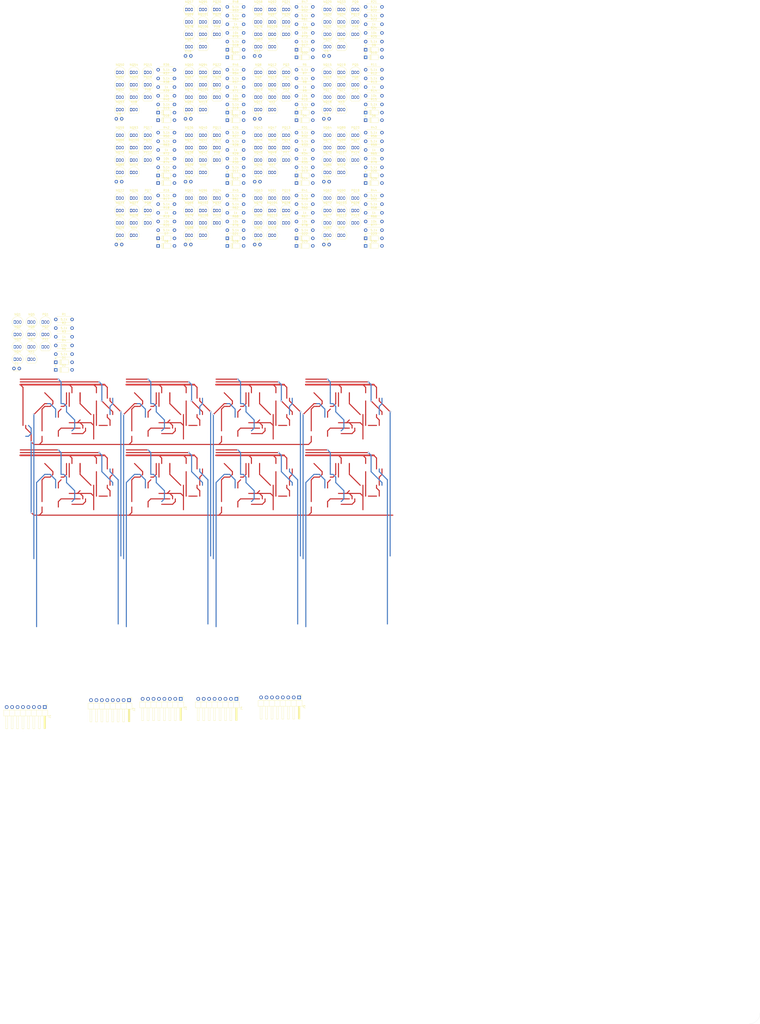
<source format=kicad_pcb>
(kicad_pcb (version 20241229) (generator "pcbnew") (generator_version "9.0")
  (title_block (title "Y-tran RT-08 Program board") (date "2025/4~") (rev "A") (company "@7654jp") (comment 2 "to provide instructions.") (comment 3 "the core via 'Program base'") (comment 4 "This board will be connected to"))
  (layers (0 "F.Cu" signal) (2 "B.Cu" signal) (13 "F.Paste" user) (15 "B.Paste" user) (5 "F.SilkS" user "F.Silkscreen") (7 "B.SilkS" user "B.Silkscreen") (1 "F.Mask" user) (3 "B.Mask" user) (25 "Edge.Cuts" user))
  (net 0 "")
  (net 1 "Net-(D29-A)")
  (net 2 "/SRAM-cell10/WE")
  (net 3 "Net-(PQ13-C)")
  (net 4 "+5V")
  (net 5 "Net-(PQ15-C)")
  (net 6 "Net-(NQ49-C)")
  (net 7 "Net-(NQ86-C)")
  (net 8 "Net-(PQ23-C)")
  (net 9 "Net-(NQ85-C)")
  (net 10 "/SRAM-cell10/VDD")
  (net 11 "Net-(D25-A)")
  (net 12 "Net-(PQ19-C)")
  (net 13 "Net-(PQ11-C)")
  (net 14 "Net-(PQ9-C)")
  (net 15 "Net-(NQ42-C)")
  (net 16 "Net-(NX4-C)")
  (net 17 "Net-(PQ7-C)")
  (net 18 "Net-(D31-A)")
  (net 19 "Net-(PQ21-C)")
  (net 20 "Net-(D27-A)")
  (net 21 "Net-(NQ82-C)")
  (net 22 "Net-(PQ17-C)")
  (net 23 "Net-(NQ28-C)")
  (net 24 "Net-(NX2-C)")
  (net 25 "Net-(NQ71-C)")
  (net 26 "Net-(NQ18-C)")
  (net 27 "Net-(NQ4-C)")
  (net 28 "Net-(PQ1-C)")
  (net 29 "Net-(PQ5-C)")
  (net 30 "Net-(NQ78-C)")
  (net 31 "Net-(PQ3-C)")
  (net 32 "Net-(NQ103-C)")
  (net 33 "/SRAM-cell10/DE")
  (net 34 "Net-(NQ10-E)")
  (net 35 "Net-(NQ72-C)")
  (net 36 "Net-(NQ82-E)")
  (net 37 "Net-(NQ103-B)")
  (net 38 "Net-(NQ13-B)")
  (net 39 "Net-(D22-K)")
  (net 40 "Net-(NQ81-E)")
  (net 41 "Net-(NQ104-B)")
  (net 42 "Net-(NQ110-C)")
  (net 43 "Net-(NQ14-C)")
  (net 44 "Net-(D24-K)")
  (net 45 "Net-(NQ100-B)")
  (net 46 "Net-(NQ2-C)")
  (net 47 "Net-(NQ4-E)")
  (net 48 "Net-(NQ68-C)")
  (net 49 "Net-(NQ83-E)")
  (net 50 "Net-(NQ97-B)")
  (net 51 "Net-(NQ109-E)")
  (net 52 "Net-(NQ3-C)")
  (net 53 "Net-(NQ84-E)")
  (net 54 "Net-(NQ105-E)")
  (net 55 "Net-(NQ98-B)")
  (net 56 "Net-(NQ65-C)")
  (net 57 "Net-(NQ87-E)")
  (net 58 "Net-(D18-K)")
  (net 59 "Net-(NQ79-C)")
  (net 60 "Net-(NQ88-E)")
  (net 61 "Net-(NQ102-B)")
  (net 62 "Net-(NQ6-B)")
  (net 63 "Net-(NQ32-E)")
  (net 64 "Net-(NQ34-B)")
  (net 65 "Net-(NQ44-C)")
  (net 66 "Net-(NQ46-E)")
  (net 67 "Net-(NQ48-B)")
  (net 68 "Net-(NQ30-C)")
  (net 69 "Net-(NQ18-E)")
  (net 70 "Net-(NQ16-C)")
  (net 71 "Net-(NQ41-B)")
  (net 72 "Net-(NQ37-C)")
  (net 73 "Net-(NQ39-E)")
  (net 74 "Net-(NQ20-B)")
  (net 75 "Net-(NQ20-C)")
  (net 76 "Net-(NQ86-E)")
  (net 77 "Net-(NQ27-B)")
  (net 78 "Net-(NQ25-E)")
  (net 79 "Net-(NQ75-C)")
  (net 80 "Net-(D20-K)")
  (net 81 "Net-(NQ24-C)")
  (net 82 "Net-(NQ99-B)")
  (net 83 "Net-(NQ107-E)")
  (net 84 "Net-(NQ107-C)")
  (net 85 "Net-(NQ51-C)")
  (net 86 "Net-(NQ53-E)")
  (net 87 "Net-(NQ55-B)")
  (net 88 "/SRAM-cell10/Rst")
  (net 89 "Net-(NQ106-C)")
  (net 90 "Net-(PQ24-C)")
  (net 91 "Net-(PQ20-C)")
  (net 92 "Net-(PX16-E)")
  (net 93 "Net-(NX16-C)")
  (net 94 "Net-(NX15-C)")
  (net 95 "Net-(PX15-E)")
  (net 96 "Net-(PX14-E)")
  (net 97 "Net-(NX14-C)")
  (net 98 "Net-(NX13-C)")
  (net 99 "Net-(PX13-E)")
  (net 100 "Net-(NX12-C)")
  (net 101 "Net-(PX12-E)")
  (net 102 "Net-(PX11-E)")
  (net 103 "Net-(NX11-C)")
  (net 104 "Net-(NX10-C)")
  (net 105 "Net-(PX10-E)")
  (net 106 "Net-(PQ22-C)")
  (net 107 "Net-(NX9-C)")
  (net 108 "Net-(PX9-E)")
  (net 109 "Net-(PQ18-C)")
  (net 110 "Net-(PX8-E)")
  (net 111 "Net-(NX8-C)")
  (net 112 "Net-(PX7-E)")
  (net 113 "Net-(NX7-C)")
  (net 114 "Net-(PX6-E)")
  (net 115 "Net-(NX6-C)")
  (net 116 "Net-(NX5-C)")
  (net 117 "Net-(PX5-E)")
  (net 118 "Net-(PX4-E)")
  (net 119 "Net-(NX3-C)")
  (net 120 "Net-(PX3-E)")
  (net 121 "Net-(PX1-E)")
  (net 122 "Net-(NX1-C)")
  (net 123 "Net-(D32-A)")
  (net 124 "/P14")
  (net 125 "Net-(D30-A)")
  (net 126 "/P13")
  (net 127 "/P12")
  (net 128 "Net-(D28-A)")
  (net 129 "/P11")
  (net 130 "/P10")
  (net 131 "/P9")
  (net 132 "Net-(D26-A)")
  (net 133 "/P8")
  (net 134 "/P7")
  (net 135 "/P6")
  (net 136 "/P5")
  (net 137 "/P4")
  (net 138 "/P3")
  (net 139 "/P2")
  (net 140 "/P1")
  (net 141 "/P0")
  (net 142 "Net-(D16-A)")
  (net 143 "/D8")
  (net 144 "/D9")
  (net 145 "Net-(D14-A)")
  (net 146 "/D10")
  (net 147 "/D11")
  (net 148 "Net-(D12-A)")
  (net 149 "/D12")
  (net 150 "/D13")
  (net 151 "Net-(D10-A)")
  (net 152 "/D14")
  (net 153 "/D15")
  (net 154 "Net-(D8-A)")
  (net 155 "/D0")
  (net 156 "/D1")
  (net 157 "/D2")
  (net 158 "Net-(D6-A)")
  (net 159 "/D3")
  (net 160 "Net-(D4-A)")
  (net 161 "/D4")
  (net 162 "/D5")
  (net 163 "/D6")
  (net 164 "Net-(D2-A)")
  (net 165 "/D7")
  (net 166 "Net-(NQ25-C)")
  (net 167 "Net-(NQ69-C)")
  (net 168 "Net-(NQ76-C)")
  (net 169 "Net-(NQ101-B)")
  (net 170 "Net-(NQ102-C)")
  (net 171 "Net-(NQ83-C)")
  (net 172 "Net-(NQ109-C)")
  (net 173 "Net-(NQ55-C)")
  (net 174 "Net-(NQ81-C)")
  (net 175 "Net-(NQ85-E)")
  (net 176 "Net-(NQ88-C)")
  (net 177 "Net-(NQ104-C)")
  (net 178 "Net-(NQ111-C)")
  (net 179 "Net-(D15-K)")
  (net 180 "Net-(NQ100-C)")
  (net 181 "Net-(NQ21-C)")
  (net 182 "Net-(D1-K)")
  (net 183 "Net-(NQ6-C)")
  (net 184 "Net-(NQ32-C)")
  (net 185 "Net-(D3-K)")
  (net 186 "Net-(NQ48-C)")
  (net 187 "Net-(NQ45-C)")
  (net 188 "Net-(NQ39-C)")
  (net 189 "Net-(NQ52-C)")
  (net 190 "Net-(D11-K)")
  (net 191 "Net-(NQ27-C)")
  (net 192 "Net-(NQ67-C)")
  (net 193 "Net-(D13-K)")
  (net 194 "Net-(NQ31-C)")
  (net 195 "Net-(NQ34-C)")
  (net 196 "Net-(NQ74-C)")
  (net 197 "Net-(D5-K)")
  (net 198 "Net-(NQ46-C)")
  (net 199 "Net-(D7-K)")
  (net 200 "Net-(NQ53-C)")
  (net 201 "Net-(D10-K)")
  (net 202 "Net-(NQ11-C)")
  (net 203 "Net-(NQ13-C)")
  (net 204 "Net-(NQ17-C)")
  (net 205 "Net-(NQ23-C)")
  (net 206 "Net-(NQ35-C)")
  (net 207 "Net-(NQ38-C)")
  (net 208 "Net-(NQ41-C)")
  (net 209 "Net-(NQ56-C)")
  (net 210 "Net-(NQ66-C)")
  (net 211 "Net-(NQ84-C)")
  (net 212 "Net-(NQ70-C)")
  (net 213 "Net-(NQ108-C)")
  (net 214 "Net-(NQ80-C)")
  (net 215 "Net-(NQ112-C)")
  (net 216 "GND")
  (net 217 "Net-(NQ10-C)")
  (net 218 "Net-(NQ11-E)")
  (net 219 "/DataEn")
  (net 220 "/WriteEn")
  (net 221 "Net-(D17-K)")
  (net 222 "Net-(NQ101-C)")
  (net 223 "Net-(NQ105-C)")
  (net 224 "Net-(D21-K)")
  (net 225 "Net-(NQ87-C)")
  (net 226 "Net-(D23-K)")
  (net 227 "Net-(NQ7-C)")
  (net 228 "/P15")
  (net 229 "/Rst")
  (net 230 "Net-(PX2-E)")
  (net 231 "Net-(NQ73-C)")
  (net 232 "Net-(D19-K)")
  (net 233 "Net-(NQ77-C)")
  (footprint "Package_TO_SOT_THT:TO-92_Inline" (layer "F.Cu") (at 176.07 105.81)
    (property "Reference" "NQ47")
    (property "Value" "DTC143E-THT")
  )
  (footprint "YoshLibrary:R_Axial_DIN0207_L6.3mm_D2.5mm_P7.62mm_Horizontal" (layer "F.Cu") (at 188.68 137.98)
    (property "Reference" "R49")
    (property "Value" "5.1k")
  )
  (footprint "Package_TO_SOT_THT:TO-92_Inline" (layer "F.Cu") (at 169.56 82.25)
    (property "Reference" "NQ9")
    (property "Value" "DTC114E-THT")
  )
  (footprint "YoshLibrary:R_Axial_DIN0207_L6.3mm_D2.5mm_P7.62mm_Horizontal" (layer "F.Cu") (at 188.68 108.63)
    (property "Reference" "R32")
    (property "Value" "5.1k")
  )
  (footprint "Package_TO_SOT_THT:TO-92_Inline" (layer "F.Cu") (at 208.37 140.95)
    (property "Reference" "NQ103")
    (property "Value" "DTC114E-THT")
  )
  (footprint "Package_TO_SOT_THT:TO-92_Inline" (layer "F.Cu") (at 104.96 93.83)
    (property "Reference" "NQ53")
    (property "Value" "DTC143E-THT")
  )
  (footprint "Package_TO_SOT_THT:TO-92_Inline" (layer "F.Cu") (at 182.58 117.39)
    (property "Reference" "PX7")
    (property "Value" "2SA1015")
  )
  (footprint "Diode_THT:D_DO-35_SOD27_P7.62mm_Horizontal" (layer "F.Cu") (at 124.08 157.48)
    (property "Reference" "D8")
    (property "Value" "30V0.2A")
  )
  (footprint "Package_TO_SOT_THT:TO-92_Inline" (layer "F.Cu") (at 137.26 146.74)
    (property "Reference" "NQ79")
    (property "Value" "DTC114E-THT")
  )
  (footprint "Package_TO_SOT_THT:TO-92_Inline" (layer "F.Cu") (at 201.86 140.95)
    (property "Reference" "NQ72")
    (property "Value" "DTC114E-THT")
  )
  (footprint "Package_TO_SOT_THT:TO-92_Inline" (layer "F.Cu") (at 208.37 82.25)
    (property "Reference" "NQ20")
    (property "Value" "DTC114E-THT")
  )
  (footprint "Diode_THT:D_DO-35_SOD27_P7.62mm_Horizontal" (layer "F.Cu") (at 188.68 69.43)
    (property "Reference" "D32")
    (property "Value" "30V0.2A")
  )
  (footprint "Package_TO_SOT_THT:TO-92_Inline" (layer "F.Cu") (at 150.28 135.16)
    (property "Reference" "PQ24")
    (property "Value" "DTA143E-THT")
  )
  (footprint "YoshLibrary:R_Axial_DIN0207_L6.3mm_D2.5mm_P7.62mm_Horizontal" (layer "F.Cu") (at 188.68 91.43)
    (property "Reference" "R10")
    (property "Value" "5.1k")
  )
  (footprint "Package_TO_SOT_THT:TO-92_Inline" (layer "F.Cu") (at 57.15 193.04)
    (property "Reference" "NQ1")
    (property "Value" "DTC114E-THT")
  )
  (footprint "YoshLibrary:R_Axial_DIN0207_L6.3mm_D2.5mm_P7.62mm_Horizontal" (layer "F.Cu") (at 188.68 120.78)
    (property "Reference" "R35")
    (property "Value" "5.1k")
  )
  (footprint "YoshLibrary:R_Axial_DIN0207_L6.3mm_D2.5mm_P7.62mm_Horizontal" (layer "F.Cu") (at 156.38 87.38)
    (property "Reference" "R71")
    (property "Value" "10k")
  )
  (footprint "YoshLibrary:R_Axial_DIN0207_L6.3mm_D2.5mm_P7.62mm_Horizontal" (layer "F.Cu") (at 156.38 49.93)
    (property "Reference" "R53")
    (property "Value" "5.1k")
  )
  (footprint "YoshLibrary:R_Axial_DIN0207_L6.3mm_D2.5mm_P7.62mm_Horizontal" (layer "F.Cu") (at 188.68 75.23)
    (property "Reference" "R6")
    (property "Value" "5.1k")
  )
  (footprint "Diode_THT:D_DO-35_SOD27_P7.62mm_Horizontal" (layer "F.Cu") (at 188.68 124.58)
    (property "Reference" "D13")
    (property "Value" "30V0.2A")
  )
  (footprint "Package_TO_SOT_THT:TO-92_Inline" (layer "F.Cu") (at 214.88 76.46)
    (property "Reference" "PQ5")
    (property "Value" "DTA143E-THT")
  )
  (footprint "Capacitor_THT:C_Disc_D3.0mm_W2.0mm_P2.50mm" (layer "F.Cu") (at 169.15 156.84)
    (property "Reference" "C10")
    (property "Value" "0.1u")
  )
  (footprint "Package_TO_SOT_THT:TO-92_Inline" (layer "F.Cu") (at 169.56 52.9)
    (property "Reference" "NQ68")
    (property "Value" "DTC114E-THT")
  )
  (footprint "YoshLibrary:R_Axial_DIN0207_L6.3mm_D2.5mm_P7.62mm_Horizontal" (layer "F.Cu") (at 124.08 120.78)
    (property "Reference" "R74")
    (property "Value" "5.1k")
  )
  (footprint "YoshLibrary:R_Axial_DIN0207_L6.3mm_D2.5mm_P7.62mm_Horizontal" (layer "F.Cu") (at 156.38 53.98)
    (property "Reference" "R64")
    (property "Value" "1k")
  )
  (footprint "Package_TO_SOT_THT:TO-92_Inline" (layer "F.Cu") (at 137.26 58.69)
    (property "Reference" "NQ78")
    (property "Value" "DTC114E-THT")
  )
  (footprint "Package_TO_SOT_THT:TO-92_Inline" (layer "F.Cu") (at 150.28 82.25)
    (property "Reference" "PQ29")
    (property "Value" "DTA143E-THT")
  )
  (footprint "Package_TO_SOT_THT:TO-92_Inline" (layer "F.Cu") (at 214.88 135.16)
    (property "Reference" "PQ18")
    (property "Value" "DTA143E-THT")
  )
  (footprint "Package_TO_SOT_THT:TO-92_Inline" (layer "F.Cu") (at 117.98 135.16)
    (property "Reference" "PQ7")
    (property "Value" "DTA143E-THT")
  )
  (footprint "Package_TO_SOT_THT:TO-92_Inline" (layer "F.Cu") (at 117.98 82.25)
    (property "Reference" "PQ16")
    (property "Value" "DTA143E-THT")
  )
  (footprint "Capacitor_THT:C_Disc_D3.0mm_W2.0mm_P2.50mm" (layer "F.Cu") (at 56.74 214.72)
    (property "Reference" "C1")
    (property "Value" "0.1u")
  )
  (footprint "Package_TO_SOT_THT:TO-92_Inline" (layer "F.Cu") (at 104.96 105.81)
    (property "Reference" "NQ59")
    (property "Value" "DTC114E-THT")
  )
  (footprint "YoshLibrary:R_Axial_DIN0207_L6.3mm_D2.5mm_P7.62mm_Horizontal" (layer "F.Cu") (at 124.08 104.58)
    (property "Reference" "R42")
    (property "Value" "5.1k")
  )
  (footprint "Diode_THT:D_DO-35_SOD27_P7.62mm_Horizontal" (layer "F.Cu") (at 156.38 65.88)
    (property "Reference" "D18")
    (property "Value" "30V0.2A")
  )
  (footprint "Package_TO_SOT_THT:TO-92_Inline" (layer "F.Cu") (at 143.77 58.69)
    (property "Reference" "NQ106")
    (property "Value" "DTC114E-THT")
  )
  (footprint "Package_TO_SOT_THT:TO-92_Inline" (layer "F.Cu") (at 137.26 64.48)
    (property "Reference" "NQ87")
    (property "Value" "DTC143E-THT")
  )
  (footprint "Package_TO_SOT_THT:TO-92_Inline" (layer "F.Cu") (at 104.96 140.95)
    (property "Reference" "NQ23")
    (property "Value" "DTC114E-THT")
  )
  (footprint "Capacitor_THT:C_Disc_D3.0mm_W2.0mm_P2.50mm" (layer "F.Cu") (at 104.55 127.49)
    (property "Reference" "C14")
    (property "Value" "0.1u")
  )
  (footprint "Package_TO_SOT_THT:TO-92_Inline" (layer "F.Cu") (at 137.26 111.6)
    (property "Reference" "NQ37")
    (property "Value" "DTC114E-THT")
  )
  (footprint "Package_TO_SOT_THT:TO-92_Inline" (layer "F.Cu") (at 143.77 105.81)
    (property "Reference" "NQ40")
    (property "Value" "DTC143E-THT")
  )
  (footprint "Capacitor_THT:C_Disc_D3.0mm_W2.0mm_P2.50mm" (layer "F.Cu") (at 136.85 127.49)
    (property "Reference" "C6")
    (property "Value" "0.1u")
  )
  (footprint "Package_TO_SOT_THT:TO-92_Inline" (layer "F.Cu") (at 111.47 152.53)
    (property "Reference" "NX4")
    (property "Value" "2SC1815")
  )
  (footprint "YoshLibrary:R_Axial_DIN0207_L6.3mm_D2.5mm_P7.62mm_Horizontal" (layer "F.Cu") (at 76.27 208.01)
    (property "Reference" "R5")
    (property "Value" "5.1k")
  )
  (footprint "Package_TO_SOT_THT:TO-92_Inline" (layer "F.Cu") (at 214.88 140.95)
    (property "Reference" "PQ26")
    (property "Value" "DTA143E-THT")
  )
  (footprint "Package_TO_SOT_THT:TO-92_Inline" (layer "F.Cu") (at 169.56 152.53)
    (property "Reference" "NQ81")
    (property "Value" "DTC143E-THT")
  )
  (footprint "Connector_PinHeader_2.54mm:PinHeader_1x08_P2.54mm_Horizontal" (layer "F.Cu") (at 110.49 369.57 -90)
    (property "Reference" "J2")
    (property "Value" "Instruction")
  )
  (footprint "Package_TO_SOT_THT:TO-92_Inline" (layer "F.Cu") (at 111.47 105.81)
    (property "Reference" "NQ93")
    (property "Value" "DTC143E-THT")
  )
  (footprint "Package_TO_SOT_THT:TO-92_Inline" (layer "F.Cu") (at 143.77 146.74)
    (property "Reference" "NQ108")
    (property "Value" "DTC114E-THT")
  )
  (footprint "Package_TO_SOT_THT:TO-92_Inline" (layer "F.Cu") (at 208.37 123.18)
    (property "Reference" "NX10")
    (property "Value" "2SC1815")
  )
  (footprint "Package_TO_SOT_THT:TO-92_Inline" (layer "F.Cu") (at 176.07 58.69)
    (property "Reference" "NQ109")
    (property "Value" "DTC114E-THT")
  )
  (footprint "Package_TO_SOT_THT:TO-92_Inline" (layer "F.Cu") (at 169.56 111.6)
    (property "Reference" "NQ44")
    (property "Value" "DTC114E-THT")
  )
  (footprint "YoshLibrary:R_Axial_DIN0207_L6.3mm_D2.5mm_P7.62mm_Horizontal" (layer "F.Cu") (at 156.38 137.98)
    (property "Reference" "R51")
    (property "Value" "5.1k")
  )
  (footprint "Package_TO_SOT_THT:TO-92_Inline" (layer "F.Cu") (at 201.86 82.25)
    (property "Reference" "NQ16")
    (property "Value" "DTC114E-THT")
  )
  (footprint "Diode_THT:D_DO-35_SOD27_P7.62mm_Horizontal" (layer "F.Cu") (at 156.38 95.23)
    (property "Reference" "D19")
    (property "Value" "30V0.2A")
  )
  (footprint "Package_TO_SOT_THT:TO-92_Inline" (layer "F.Cu") (at 117.98 105.81)
    (property "Reference" "PQ17")
    (property "Value" "DTA143E-THT")
  )
  (footprint "Diode_THT:D_DO-35_SOD27_P7.62mm_Horizontal" (layer "F.Cu") (at 220.98 95.23)
    (property "Reference" "D5")
    (property "Value" "30V0.2A")
  )
  (footprint "YoshLibrary:R_Axial_DIN0207_L6.3mm_D2.5mm_P7.62mm_Horizontal" (layer "F.Cu") (at 124.08 133.93)
    (property "Reference" "R16")
    (property "Value" "5.1k")
  )
  (footprint "Package_TO_SOT_THT:TO-92_Inline" (layer "F.Cu") (at 117.98 146.74)
    (property "Reference" "PX4")
    (property "Value" "2SA1015")
  )
  (footprint "Package_TO_SOT_THT:TO-92_Inline" (layer "F.Cu") (at 176.07 64.48)
    (property "Reference" "NX11")
    (property "Value" "2SC1815")
  )
  (footprint "Package_TO_SOT_THT:TO-92_Inline" (layer "F.Cu") (at 70.17 198.83)
    (property "Reference" "PQ2")
    (property "Value" "DTA143E-THT")
  )
  (footprint "Diode_THT:D_DO-35_SOD27_P7.62mm_Horizontal" (layer "F.Cu") (at 124.08 124.58)
    (property "Reference" "D24")
    (property "Value" "30V0.2A")
  )
  (footprint "Package_TO_SOT_THT:TO-92_Inline" (layer "F.Cu") (at 176.07 146.74)
    (property "Reference" "NQ110")
    (property "Value" "DTC114E-THT")
  )
  (footprint "Package_TO_SOT_THT:TO-92_Inline" (layer "F.Cu") (at 208.37 88.04)
    (property "Reference" "NQ21")
    (property "Value" "DTC114E-THT")
  )
  (footprint "Package_TO_SOT_THT:TO-92_Inline" (layer "F.Cu") (at 182.58 76.46)
    (property "Reference" "PQ3")
    (property "Value" "DTA143E-THT")
  )
  (footprint "Connector_PinHeader_2.54mm:PinHeader_1x08_P2.54mm_Horizontal" (layer "F.Cu") (at 160.595 368.995 -90)
    (property "Reference" "J4")
    (property "Value" "Instruction")
  )
  (footprint "YoshLibrary:R_Axial_DIN0207_L6.3mm_D2.5mm_P7.62mm_Horizontal" (layer "F.Cu") (at 220.98 116.73)
    (property "Reference" "R65")
    (property "Value" "10k")
  )
  (footprint "Package_TO_SOT_THT:TO-92_Inline" (layer "F.Cu") (at 176.07 111.6)
    (property "Reference" "NQ48")
    (property "Value" "DTC114E-THT")
  )
  (footprint "Package_TO_SOT_THT:TO-92_Inline" (layer "F.Cu") (at 63.66 204.62)
    (property "Reference" "NQ7")
    (property "Value" "DTC114E-THT")
  )
  (footprint "Capacitor_THT:C_Disc_D3.0mm_W2.0mm_P2.50mm" (layer "F.Cu") (at 201.45 68.79)
    (property "Reference" "C5")
    (property "Value" "0.1u")
  )
  (footprint "YoshLibrary:R_Axial_DIN0207_L6.3mm_D2.5mm_P7.62mm_Horizontal" (layer "F.Cu") (at 188.68 112.68)
    (property "Reference" "R33")
    (property "Value" "1k")
  )
  (footprint "Package_TO_SOT_THT:TO-92_Inline" (layer "F.Cu") (at 150.28 140.95)
    (property "Reference" "PQ32")
    (property "Value" "DTA143E-THT")
  )
  (footprint "Package_TO_SOT_THT:TO-92_Inline" (layer "F.Cu") (at 182.58 47.11)
    (property "Reference" "PQ21")
    (property "Value" "DTA143E-THT")
  )
  (footprint "Diode_THT:D_DO-35_SOD27_P7.62mm_Horizontal" (layer "F.Cu") (at 188.68 128.13)
    (property "Reference" "D14")
    (property "Value" "30V0.2A")
  )
  (footprint "Package_TO_SOT_THT:TO-92_Inline" (layer "F.Cu") (at 104.96 135.16)
    (property "Reference" "NQ22")
    (property "Value" "DTC114E-THT")
  )
  (footprint "Package_TO_SOT_THT:TO-92_Inline" (layer "F.Cu") (at 104.96 111.6)
    (property "Reference" "NQ66")
    (property "Value" "DTC114E-THT")
  )
  (footprint "YoshLibrary:R_Axial_DIN0207_L6.3mm_D2.5mm_P7.62mm_Horizontal" (layer "F.Cu") (at 156.38 133.93)
    (property "Reference" "R45")
    (property "Value" "5.1k")
  )
  (footprint "Package_TO_SOT_THT:TO-92_Inline" (layer "F.Cu") (at 169.56 117.39)
    (property "Reference" "NQ45")
    (property "Value" "DTC114E-THT")
  )
  (footprint "Package_TO_SOT_THT:TO-92_Inline" (layer "F.Cu") (at 208.37 135.16)
    (property "Reference" "NQ90")
    (property "Value" "DTC143E-THT")
  )
  (footprint "Package_TO_SOT_THT:TO-92_Inline" (layer "F.Cu") (at 201.86 76.46)
    (property "Reference" "NQ15")
    (property "Value" "DTC114E-THT")
  )
  (footprint "Package_TO_SOT_THT:TO-92_Inline" (layer "F.Cu") (at 70.17 193.04)
    (property "Reference" "PQ1")
    (property "Value" "DTA143E-THT")
  )
  (footprint "Connector_PinHeader_2.54mm:PinHeader_1x08_P2.54mm_Horizontal" (layer "F.Cu") (at 71.12 372.805 -90)
    (property "Reference" "J1")
    (property "Value" "PWR/Addr")
  )
  (footprint "YoshLibrary:R_Axial_DIN0207_L6.3mm_D2.5mm_P7.62mm_Horizontal" (layer "F.Cu") (at 220.98 146.08)
    (property "Reference" "R66")
    (property "Value" "10k")
  )
  (footprint "Package_TO_SOT_THT:TO-92_Inline" (layer "F.Cu") (at 111.47 88.04)
    (property "Reference" "NQ56")
    (property "Value" "DTC114E-THT")
  )
  (footprint "Package_TO_SOT_THT:TO-92_Inline" (layer "F.Cu") (at 57.15 204.62)
    (property "Reference" "NQ3")
    (property "Value" "DTC114E-THT")
  )
  (footprint "Diode_THT:D_DO-35_SOD27_P7.62mm_Horizontal" (layer "F.Cu") (at 220.98 98.78)
    (property "Reference" "D6")
    (property "Value" "30V0.2A")
  )
  (footprint "Package_TO_SOT_THT:TO-92_Inline" (layer "F.Cu") (at 111.47 135.16)
    (property "Reference" "NQ26")
    (property "Value" "DTC143E-THT")
  )
  (footprint "Capacitor_THT:C_Disc_D3.0mm_W2.0mm_P2.50mm" (layer "F.Cu") (at 169.15 98.14)
    (property "Reference" "C2")
    (property "Value" "0.1u")
  )
  (footprint "YoshLibrary:R_Axial_DIN0207_L6.3mm_D2.5mm_P7.62mm_Horizontal" (layer "F.Cu") (at 156.38 116.73)
    (property "Reference" "R29")
    (property "Value" "10k")
  )
  (footprint "YoshLibrary:R_Axial_DIN0207_L6.3mm_D2.5mm_P7.62mm_Horizontal" (layer "F.Cu") (at 156.38 62.08)
    (property "Reference" "R75")
    (property "Value" "5.1k")
  )
  (footprint "Package_TO_SOT_THT:TO-92_Inline" (layer "F.Cu") (at 214.88 82.25)
    (property "Reference" "PQ6")
    (property "Value" "DTA143E-THT")
  )
  (footprint "Diode_THT:D_DO-35_SOD27_P7.62mm_Horizontal" (layer "F.Cu") (at 124.08 95.23)
    (property "Reference" "D15")
    (property "Value" "30V0.2A")
  )
  (footprint "Package_TO_SOT_THT:TO-92_Inline" (layer "F.Cu") (at 214.88 117.39)
    (property "Reference" "PX14")
    (property "Value" "2SA1015")
  )
  (footprint "Connector_PinHeader_2.54mm:PinHeader_1x08_P2.54mm_Horizontal" (layer "F.Cu") (at 189.925 368.3 -90)
    (property "Reference" "J5")
    (property "Value" "Data")
  )
  (footprint "Package_TO_SOT_THT:TO-92_Inline" (layer "F.Cu") (at 143.77 47.11)
    (property "Reference" "NQ95")
    (property "Value" "DTC143E-THT")
  )
  (footprint "Package_TO_SOT_THT:TO-92_Inline" (layer "F.Cu") (at 143.77 64.48)
    (property "Reference" "NX12")
    (property "Value" "2SC1815")
  )
  (footprint "YoshLibrary:R_Axial_DIN0207_L6.3mm_D2.5mm_P7.62mm_Horizontal" (layer "F.Cu") (at 156.38 83.33)
    (property "Reference" "R57")
    (property "Value" "1k")
  )
  (footprint "YoshLibrary:R_Axial_DIN0207_L6.3mm_D2.5mm_P7.62mm_Horizontal" (layer "F.Cu") (at 124.08 112.68)
    (property "Reference" "R63")
    (property "Value" "1k")
  )
  (footprint "Package_TO_SOT_THT:TO-92_Inline" (layer "F.Cu") (at 117.98 117.39)
    (property "Reference" "PX12")
    (property "Value" "2SA1015")
  )
  (footprint "YoshLibrary:R_Axial_DIN0207_L6.3mm_D2.5mm_P7.62mm_Horizontal" (layer "F.Cu") (at 124.08 75.23)
    (property "Reference" "R36")
    (property "Value" "5.1k")
  )
  (footprint "Package_TO_SOT_THT:TO-92_Inline" (layer "F.Cu") (at 182.58 140.95)
    (property "Reference" "PQ28")
    (property "Value" "DTA143E-THT")
  )
  (footprint "Package_TO_SOT_THT:TO-92_Inline" (layer "F.Cu") (at 208.37 105.81)
    (property "Reference" "NQ89")
    (property "Value" "DTC143E-THT")
  )
  (footprint "YoshLibrary:R_Axial_DIN0207_L6.3mm_D2.5mm_P7.62mm_Horizontal" (layer "F.Cu") (at 188.68 53.98)
    (property "Reference" "R61")
    (property "Value" "1k")
  )
  (footprint "YoshLibrary:R_Axial_DIN0207_L6.3mm_D2.5mm_P7.62mm_Horizontal" (layer "F.Cu") (at 188.68 87.38)
    (property "Reference" "R9")
    (property "Value" "10k")
  )
  (footprint "Package_TO_SOT_THT:TO-92_Inline" (layer "F.Cu") (at 214.88 52.9)
    (property "Reference" "PQ10")
    (property "Value" "DTA143E-THT")
  )
  (footprint "Package_TO_SOT_THT:TO-92_Inline" (layer "F.Cu") (at 150.28 105.81)
    (property "Reference" "PQ11")
    (property "Value" "DTA143E-THT")
  )
  (footprint "Package_TO_SOT_THT:TO-92_Inline" (layer "F.Cu") (at 176.07 47.11)
    (property "Reference" "NQ92")
    (property "Value" "DTC143E-THT")
  )
  (footprint "Capacitor_THT:C_Disc_D3.0mm_W2.0mm_P2.50mm" (layer "F.Cu") (at 169.15 127.49)
    (property "Reference" "C7")
    (property "Value" "0.1u")
  )
  (footprint "Package_TO_SOT_THT:TO-92_Inline" (layer "F.Cu") (at 150.28 146.74)
    (property "Reference" "PX10")
    (property "Value" "2SA1015")
  )
  (footprint "Package_TO_SOT_THT:TO-92_Inline" (layer "F.Cu") (at 169.56 135.16)
    (property "Reference" "NQ63")
    (property "Value" "DTC114E-THT")
  )
  (footprint "YoshLibrary:R_Axial_DIN0207_L6.3mm_D2.5mm_P7.62mm_Horizontal" (layer "F.Cu") (at 220.98 62.08)
    (property "Reference" "R25")
    (property "Value" "5.1k")
  )
  (footprint "Package_TO_SOT_THT:TO-92_Inline" (layer "F.Cu") (at 182.58 146.74)
    (property "Reference" "PX11")
    (property "Value" "2SA1015")
  )
  (footprint "Package_TO_SOT_THT:TO-92_Inline" (layer "F.Cu") (at 214.88 58.69)
    (property "Reference" "PX5")
    (property "Value" "2SA1015")
  )
  (footprint "Diode_THT:D_DO-35_SOD27_P7.62mm_Horizontal" (layer "F.Cu") (at 188.68 95.23)
    (property "Reference" "D3")
    (property "Value" "30V0.2A")
  )
  (footprint "Package_TO_SOT_THT:TO-92_Inline" (layer "F.Cu") (at 182.58 52.9)
    (property "Reference" "PQ30")
    (property "Value" "DTA143E-THT")
  )
  (footprint "Package_TO_SOT_THT:TO-92_Inline" (layer "F.Cu") (at 208.37 93.83)
    (property "Reference" "NX3")
    (property "Value" "2SC1815")
  )
  (footprint "Package_TO_SOT_THT:TO-92_Inline" (layer "F.Cu") (at 150.28 117.39)
    (property "Reference" "PX6")
    (property "Value" "2SA1015")
  )
  (footprint "YoshLibrary:R_Axial_DIN0207_L6.3mm_D2.5mm_P7.62mm_Horizontal" (layer "F.Cu") (at 220.98 142.03)
    (property "Reference" "R58")
    (property "Value" "1k")
  )
  (footprint "Package_TO_SOT_THT:TO-92_Inline" (layer "F.Cu") (at 117.98 140.95)
    (property "Reference" "PQ8")
    (property "Value" "DTA143E-THT")
  )
  (footprint "Capacitor_THT:C_Disc_D3.0mm_W2.0mm_P2.50mm" (layer "F.Cu") (at 201.45 156.84)
    (property "Reference" "C9")
    (property "Value" "0.1u")
  )
  (footprint "Package_TO_SOT_THT:TO-92_Inline" (layer "F.Cu") (at 111.47 123.18)
    (property "Reference" "NX14")
    (property "Value" "2SC1815")
  )
  (footprint "Diode_THT:D_DO-35_SOD27_P7.62mm_Horizontal" (layer "F.Cu") (at 188.68 65.88)
    (property "Reference" "D17")
    (property "Value" "30V0.2A")
  )
  (footprint "Package_TO_SOT_THT:TO-92_Inline" (layer "F.Cu") (at 104.96 152.53)
    (property "Reference" "NQ25")
    (property "Value" "DTC143E-THT")
  )
  (footprint "Package_TO_SOT_THT:TO-92_Inline" (layer "F.Cu") (at 182.58 135.16)
    (property "Reference" "PQ19")
    (property "Value" "DTA143E-THT")
  )
  (footprint "Package_TO_SOT_THT:TO-92_Inline" (layer "F.Cu") (at 208.37 152.53)
    (property "Reference" "NX9")
    (property "Value" "2SC1815")
  )
  (footprint "Package_TO_SOT_THT:TO-92_Inline" (layer "F.Cu") (at 63.66 210.41)
    (property "Reference" "NX1")
    (property "Value" "2SC1815")
  )
  (footprint "Package_TO_SOT_THT:TO-92_Inline" (layer "F.Cu") (at 143.77 135.16)
    (property "Reference" "NQ96")
    (property "Value" "DTC143E-THT")
  )
  (footprint "YoshLibrary:R_Axial_DIN0207_L6.3mm_D2.5mm_P7.62mm_Horizontal" (layer "F.Cu") (at 124.08 83.33)
    (property "Reference" "R38")
    (property "Value" "1k")
  )
  (footprint "YoshLibrary:R_Axial_DIN0207_L6.3mm_D2.5mm_P7.62mm_Horizontal" (layer "F.Cu") (at 220.98 49.93)
    (property "Reference" "R22")
    (property "Value" "5.1k")
  )
  (footprint "YoshLibrary:R_Axial_DIN0207_L6.3mm_D2.5mm_P7.62mm_Horizontal" (layer "F.Cu") (at 188.68 45.88)
    (property "Reference" "R47")
    (property "Value" "5.1k")
  )
  (footprint "Package_TO_SOT_THT:TO-92_Inline" (layer "F.Cu") (at 169.56 93.83)
    (property "Reference" "NQ11")
    (property "Value" "DTC143E-THT")
  )
  (footprint "YoshLibrary:R_Axial_DIN0207_L6.3mm_D2.5mm_P7.62mm_Horizontal" (layer "F.Cu") (at 188.68 49.93)
    (property "Reference" "R52")
    (property "Value" "5.1k")
  )
  (footprint "YoshLibrary:R_Axial_DIN0207_L6.3mm_D2.5mm_P7.62mm_Horizontal" (layer "F.Cu") (at 220.98 120.78)
    (property "Reference" "R79")
    (property "Value" "5.1k")
  )
  (footprint "Diode_THT:D_DO-35_SOD27_P7.62mm_Horizontal" (layer "F.Cu") (at 220.98 124.58)
    (property "Reference" "D20")
    (property "Value" "30V0.2A")
  )
  (footprint "Package_TO_SOT_THT:TO-92_Inline" (layer "F.Cu") (at 150.28 52.9)
    (property "Reference" "PQ25")
    (property "Value" "DTA143E-THT")
  )
  (footprint "YoshLibrary:R_Axial_DIN0207_L6.3mm_D2.5mm_P7.62mm_Horizontal" (layer "F.Cu") (at 188.68 133.93)
    (property "Reference" "R41")
    (property "Value" "5.1k")
  )
  (footprint "Package_TO_SOT_THT:TO-92_Inline" (layer "F.Cu") (at 143.77 88.04)
    (property "Reference" "NQ105")
    (property "Value" "DTC114E-THT")
  )
  (footprint "Package_TO_SOT_THT:TO-92_Inline" (layer "F.Cu") (at 143.77 76.46)
    (property "Reference" "NQ94")
    (property "Value" "DTC143E-THT")
  )
  (footprint "Diode_THT:D_DO-35_SOD27_P7.62mm_Horizontal" (layer "F.Cu") (at 188.68 98.78)
    (property "Reference" "D4")
    (property "Value" "30V0.2A")
  )
  (footprint "Package_TO_SOT_THT:TO-92_Inline" (layer "F.Cu") (at 169.56 76.46)
    (property "Reference" "NQ8")
    (property "Value" "DTC114E-THT")
  )
  (footprint "Package_TO_SOT_THT:TO-92_Inline" (layer "F.Cu") (at 176.07 135.16)
    (property "Reference" "NQ91")
    (property "Value" "DTC143E-THT")
  )
  (footprint "Package_TO_SOT_THT:TO-92_Inline" (layer "F.Cu") (at 104.96 146.74)
    (property "Reference" "NQ24")
    (property "Value" "DTC114E-THT")
  )
  (footprint "YoshLibrary:R_Axial_DIN0207_L6.3mm_D2.5mm_P7.62mm_Horizontal" (layer "F.Cu") (at 188.68 58.03)
    (property "Reference" "R69")
    (property "Value" "10k")
  )
  (footprint "Diode_THT:D_DO-35_SOD27_P7.62mm_Horizontal" (layer "F.Cu") (at 156.38 124.58)
    (property "Reference" "D11")
    (property "Value" "30V0.2A")
  )
  (footprint "YoshLibrary:R_Axial_DIN0207_L6.3mm_D2.5mm_P7.62mm_Horizontal" (layer "F.Cu") (at 220.98 91.43)
    (property "Reference" "R15")
    (property "Value" "5.1k")
  )
  (footprint "Package_TO_SOT_THT:TO-92_Inline" (layer "F.Cu") (at 201.86 135.16)
    (property "Reference" "NQ62")
    (property "Value" "DTC114E-THT")
  )
  (footprint "Package_TO_SOT_THT:TO-92_Inline" (layer "F.Cu") (at 176.07 152.53)
    (property "Reference" "NX15")
    (property "Value" "2SC1815")
  )
  (footprint "Package_TO_SOT_THT:TO-92_Inline" (layer "F.Cu") (at 111.47 140.95)
    (property "Reference" "NQ27")
    (property "Value" "DTC114E-THT")
  )
  (footprint "Package_TO_SOT_THT:TO-92_Inline" (layer "F.Cu") (at 104.96 76.46)
    (property "Reference" "NQ50")
    (property "Value" "DTC114E-THT")
  )
  (footprint "Package_TO_SOT_THT:TO-92_Inline" (layer "F.Cu") (at 214.88 47.11)
    (property "Reference" "PQ9")
    (property "Value" "DTA143E-THT")
  )
  (footprint "Diode_THT:D_DO-35_SOD27_P7.62mm_Horizontal" (layer "F.Cu") (at 220.98 69.43)
    (property "Reference" "D10")
    (property "Value" "30V0.2A")
  )
  (footprint "Package_TO_SOT_THT:TO-92_Inline" (layer "F.Cu") (at 111.47 76.46)
    (property "Reference" "NQ54")
    (property "Value" "DTC143E-THT")
  )
  (footprint "Package_TO_SOT_THT:TO-92_Inline" (layer "F.Cu") (at 208.37 47.11)
    (property "Reference" "NQ33")
    (property "Value" "DTC143E-THT")
  )
  (footprint "YoshLibrary:R_Axial_DIN0207_L6.3mm_D2.5mm_P7.62mm_Horizontal" (layer "F.Cu") (at 188.68 83.33)
    (property "Reference" "R8")
    (property "Value" "1k")
  )
  (footprint "YoshLibrary:R_Axial_DIN0207_L6.3mm_D2.5mm_P7.62mm_Horizontal" (layer "F.Cu") (at 156.38 104.58)
    (property "Reference" "R26")
    (property "Value" "5.1k")
  )
  (footprint "Package_TO_SOT_THT:TO-92_Inline" (layer "F.Cu") (at 169.56 47.11)
    (property "Reference" "NQ58")
    (property "Value" "DTC114E-THT")
  )
  (footprint "Package_TO_SOT_THT:TO-92_Inline" (layer "F.Cu") (at 111.47 93.83)
    (property "Reference" "NX8")
    (property "Value" "2SC1815")
  )
  (footprint "Package_TO_SOT_THT:TO-92_Inline" (layer "F.Cu") (at 182.58 105.81)
    (property "Reference" "PQ13")
    (property "Value" "DTA143E-THT")
  )
  (footprint "Package_TO_SOT_THT:TO-92_Inline" (layer "F.Cu") (at 201.86 58.69)
    (property "Reference" "NQ31")
    (property "Value" "DTC114E-THT")
  )
  (footprint "Package_TO_SOT_THT:TO-92_Inline" (layer "F.Cu") (at 176.07 93.83)
    (property "Reference" "NX2")
    (property "Value" "2SC1815")
  )
  (footprint "Package_TO_SOT_THT:TO-92_Inline" (layer "F.Cu") (at 137.26 47.11)
    (property "Reference" "NQ57")
    (property "Value" "DTC114E-THT")
  )
  (footprint "Diode_THT:D_DO-35_SOD27_P7.62mm_Horizontal" (layer "F.Cu") (at 124.08 153.93)
    (property "Reference" "D7")
    (property "Value" "30V0.2A")
  )
  (footprint "Package_TO_SOT_THT:TO-92_Inline" (layer "F.Cu") (at 117.98 88.04)
    (property "Reference" "PX8")
    (property "Value" "2SA1015")
  )
  (footprint "Package_TO_SOT_THT:TO-92_Inline" (layer "F.Cu") (at 201.86 47.11)
    (property "Reference" "NQ29")
    (property "Value" "DTC114E-THT")
  )
  (footprint "Capacitor_THT:C_Disc_D3.0mm_W2.0mm_P2.50mm" (layer "F.Cu") (at 201.45 127.49)
    (property "Reference" "C15")
    (property "Value" "0.1u")
  )
  (footprint "Package_TO_SOT_THT:TO-92_Inline" (layer "F.Cu") (at 137.26 117.39)
    (property "Reference" "NQ38")
    (property "Value" "DTC114E-THT")
  )
  (footprint "Package_TO_SOT_THT:TO-92_Inline" (layer "F.Cu") (at 182.58 58.69)
    (property "Reference" "PX16")
    (property "Value" "2SA1015")
  )
  (footprint "Package_TO_SOT_THT:TO-92_Inline" (layer "F.Cu") (at 201.86 117.39)
    (property "Reference" "NQ75")
    (property "Value" "DTC114E-THT")
  )
  (footprint "YoshLibrary:R_Axial_DIN0207_L6.3mm_D2.5mm_P7.62mm_Horizontal" (layer "F.Cu") (at 156.38 75.23)
    (property "Reference" "R46")
    (property "Value" "5.1k")
  )
  (footprint "Package_TO_SOT_THT:TO-92_Inline" (layer "F.Cu") (at 169.56 105.81)
    (property "Reference" "NQ43")
    (property "Value" "DTC114E-THT")
  )
  (footprint "YoshLibrary:R_Axial_DIN0207_L6.3mm_D2.5mm_P7.62mm_Horizontal" (layer "F.Cu") (at 156.38 112.68)
    (property "Reference" "R28")
    (property "Value" "1k")
  )
  (footprint "YoshLibrary:R_Axial_DIN0207_L6.3mm_D2.5mm_P7.62mm_Horizontal" (layer "F.Cu") (at 124.08 146.08)
    (property "Reference" "R19")
    (property "Value" "10k")
  )
  (footprint "Package_TO_SOT_THT:TO-92_Inline" (layer "F.Cu") (at 176.07 52.9)
    (property "Reference" "NQ97")
    (property "Value" "DTC114E-THT")
  )
  (footprint "YoshLibrary:R_Axial_DIN0207_L6.3mm_D2.5mm_P7.62mm_Horizontal" (layer "F.Cu") (at 220.98 104.58)
    (property "Reference" "R43")
    (property "Value" "5.1k")
  )
  (footprint "YoshLibrary:R_Axial_DIN0207_L6.3mm_D2.5mm_P7.62mm_Horizontal" (layer "F.Cu") (at 220.98 45.88)
    (property "Reference" "R21")
    (property "Value" "5.1k")
  )
  (footprint "Diode_THT:D_DO-35_SOD27_P7.62mm_Horizontal" (layer "F.Cu") (at 156.38 157.48)
    (property "Reference" "D28")
    (property "Value" "30V0.2A")
  )
  (footprint "Package_TO_SOT_THT:TO-92_Inline" (layer "F.Cu") (at 208.37 117.39)
    (property "Reference" "NQ107")
    (property "Value" "DTC114E-THT")
  )
  (footprint "Package_TO_SOT_THT:TO-92_Inline" (layer "F.Cu") (at 214.88 88.04)
    (property "Reference" "PX3")
    (property "Value" "2SA1015")
  )
  (footprint "Package_TO_SOT_THT:TO-92_Inline" (layer "F.Cu") (at 150.28 111.6)
    (property "Reference" "PQ12")
    (property "Value" "DTA143E-THT")
  )
  (footprint "Package_TO_SOT_THT:TO-92_Inline" (layer "F.Cu") (at 57.15 198.83)
    (property "Reference" "NQ2")
    (property "Value" "DTC114E-THT")
  )
  (footprint "Package_TO_SOT_THT:TO-92_Inline" (layer "F.Cu") (at 169.56 64.48)
    (property "Reference" "NQ83")
    (property "Value" "DTC143E-THT")
  )
  (footprint "Package_TO_SOT_THT:TO-92_Inline" (layer "F.Cu") (at 169.56 140.95)
    (property "Reference" "NQ70")
    (property "Value" "DTC114E-THT")
  )
  (footprint "Package_TO_SOT_THT:TO-92_Inline" (layer "F.Cu") (at 150.28 58.69)
    (property "Reference" "PX9")
    (property "Value" "2SA1015")
  )
  (footprint "YoshLibrary:R_Axial_DIN0207_L6.3mm_D2.5mm_P7.62mm_Horizontal" (layer "F.Cu") (at 220.98 112.68)
    (property "Reference" "R59")
    (property "Value" "1k")
  )
  (footprint "YoshLibrary:R_Axial_DIN0207_L6.3mm_D2.5mm_P7.62mm_Horizontal" (layer "F.Cu") (at 156.38 79.28)
    (property "Reference" "R54")
    (property "Value" "5.1k")
  )
  (footprint "YoshLibrary:R_Axial_DIN0207_L6.3mm_D2.5mm_P7.62mm_Horizontal" (layer "F.Cu") (at 188.68 142.03)
    (property "Reference" "R60")
    (property "Value" "1k")
  )
  (footprint "YoshLibrary:R_Axial_DIN0207_L6.3mm_D2.5mm_P7.62mm_Horizontal" (layer "F.Cu") (at 76.27 203.96)
    (property "Reference" "R4")
    (property "Value" "10k")
  )
  (footprint "YoshLibrary:R_Axial_DIN0207_L6.3mm_D2.5mm_P7.62mm_Horizontal" (layer "F.Cu") (at 124.08 137.98)
    (property "Reference" "R17")
    (property "Value" "5.1k")
  )
  (footprint "Package_TO_SOT_THT:TO-92_Inline" (layer "F.Cu") (at 201.86 64.48)
    (property "Reference" "NQ32")
    (property "Value" "DTC143E-THT")
  )
  (footprint "Package_TO_SOT_THT:TO-92_Inline" (layer "F.Cu") (at 111.47 82.25)
    (property "Reference" "NQ55")
    (property "Value" "DTC114E-THT")
  )
  (footprint "Package_TO_SOT_THT:TO-92_Inline" (layer "F.Cu") (at 143.77 117.39)
    (property "Reference" "NQ42")
    (property "Value" "DTC114E-THT")
  )
  (footprint "Capacitor_THT:C_Disc_D3.0mm_W2.0mm_P2.50mm" (layer "F.Cu") (at 104.55 98.14)
    (property "Reference" "C8")
    (property "Value" "0.1u")
  )
  (footprint "Package_TO_SOT_THT:TO-92_Inline" (layer "F.Cu") (at 111.47 146.74)
    (property "Reference" "NQ28")
    (property "Value" "DTC114E-THT")
  )
  (footprint "Capacitor_THT:C_Disc_D3.0mm_W2.0mm_P2.50mm" (layer "F.Cu") (at 201.45 98.14)
    (property "Reference" "C3")
    (property "Value" "0.1u")
  )
  (footprint "Package_TO_SOT_THT:TO-92_Inline" (layer "F.Cu") (at 150.28 47.11)
    (property "Reference" "PQ20")
    (property "Value" "DTA143E-THT")
  )
  (footprint "Package_TO_SOT_THT:TO-92_Inline" (layer "F.Cu") (at 176.07 76.46)
    (property "Reference" "NQ12")
    (property "Value" "DTC143E-THT")
  )
  (footprint "Diode_THT:D_DO-35_SOD27_P7.62mm_Horizontal" (layer "F.Cu") (at 220.98 65.88)
    (property "Reference" "D9")
    (property "Value" "30V0.2A")
  )
  (footprint "Package_TO_SOT_THT:TO-92_Inline" (layer "F.Cu") (at 208.37 76.46)
    (property "Reference" "NQ19")
    (property "Value" "DTC143E-THT")
  )
  (footprint "Package_TO_SOT_THT:TO-92_Inline" (layer "F.Cu") (at 214.88 111.6)
    (property "Reference" "PQ27")
    (property "Value" "DTA143E-THT")
  )
  (footprint "YoshLibrary:R_Axial_DIN0207_L6.3mm_D2.5mm_P7.62mm_Horizontal" (layer "F.Cu") (at 156.38 58.03)
    (property "Reference" "R70")
    (property "Value" "10k")
  )
  (footprint "Package_TO_SOT_THT:TO-92_Inline" (layer "F.Cu") (at 201.86 111.6)
    (property "Reference" "NQ71")
    (property "Value" "DTC114E-THT")
  )
  (footprint "YoshLibrary:R_Axial_DIN0207_L6.3mm_D2.5mm_P7.62mm_Horizontal" (layer "F.Cu") (at 124.08 116.73)
    (property "Reference" "R72")
    (property "Value" "10k")
  )
  (footprint "Diode_THT:D_DO-35_SOD27_P7.62mm_Horizontal" (layer "F.Cu") (at 76.27 211.81)
    (property "Reference" "D1")
    (property "Value" "30V0.2A")
  )
  (footprint "YoshLibrary:R_Axial_DIN0207_L6.3mm_D2.5mm_P7.62mm_Horizontal" (layer "F.Cu") (at 188.68 116.73)
    (property "Reference" "R34")
    (property "Value" "10k")
  )
  (footprint "Package_TO_SOT_THT:TO-92_Inline" (layer "F.Cu") (at 111.47 111.6)
    (property "Reference" "NQ100")
    (property "Value" "DTC114E-THT")
  )
  (footprint "Package_TO_SOT_THT:TO-92_Inline" (layer "F.Cu") (at 150.28 76.46)
    (property "Reference" "PQ22")
    (property "Value" "DTA143E-THT")
  )
  (footprint "Package_TO_SOT_THT:TO-92_Inline" (layer "F.Cu") (at 208.37 111.6)
    (property "Reference" "NQ99")
    (property "Value" "DTC114E-THT")
  )
  (footprint "YoshLibrary:R_Axial_DIN0207_L6.3mm_D2.5mm_P7.62mm_Horizontal" (layer "F.Cu") (at 124.08 79.28)
    (property "Reference" "R37")
    (property "Value" "5.1k")
  )
  (footprint "Capacitor_THT:C_Disc_D3.0mm_W2.0mm_P2.50mm" (layer "F.Cu") (at 136.85 68.79)
    (property "Reference" "C16")
    (property "Value" "0.1u")
  )
  (footprint "Diode_THT:D_DO-35_SOD27_P7.62mm_Horizontal" (layer "F.Cu") (at 156.38 153.93)
    (property "Reference" "D21")
    (property "Value" "30V0.2A")
  )
  (footprint "YoshLibrary:R_Axial_DIN0207_L6.3mm_D2.5mm_P7.62mm_Horizontal" (layer "F.Cu") (at 220.98 108.63)
    (property "Reference" "R56")
    (property "Value" "5.1k")
  )
  (footprint "Package_TO_SOT_THT:TO-92_Inline" (layer "F.Cu") (at 137.26 52.9)
    (property "Reference" "NQ69")
    (property "Value" "DTC114E-THT")
  )
  (footprint "Connector_PinHeader_2.54mm:PinHeader_1x08_P2.54mm_Horizontal" (layer "F.Cu") (at 134.62 368.995 -90)
    (property "Reference" "J3")
    (property "Value" "Data")
  )
  (footprint "Package_TO_SOT_THT:TO-92_Inline" (layer "F.Cu") (at 150.28 88.04)
    (property "Reference" "PX13")
    (property "Value" "2SA1015")
  )
  (footprint "Package_TO_SOT_THT:TO-92_Inline" (layer "F.Cu") (at 169.56 146.74)
    (property "Reference" "NQ80")
    (property "Value" "DTC114E-THT")
  )
  (footprint "Package_TO_SOT_THT:TO-92_Inline" (layer "F.Cu") (at 201.86 88.04)
    (property "Reference" "NQ17")
    (property "Value" "DTC114E-THT")
  )
  (footprint "Package_TO_SOT_THT:TO-92_Inline" (layer "F.Cu") (at 143.77 123.18)
    (property "Reference" "NX6")
    (property "Value" "2SC1815")
  )
  (footprint "Package_TO_SOT_THT:TO-92_Inline" (layer "F.Cu") (at 137.26 76.46)
    (property "Reference" "NQ60")
    (property "Value" "DTC114E-THT")
  )
  (footprint "YoshLibrary:R_Axial_DIN0207_L6.3mm_D2.5mm_P7.62mm_Horizontal" (layer "F.Cu") (at 220.98 133.93)
    (property "Reference" "R44")
    (property "Value" "5.1k")
  )
  (footprint "Capacitor_THT:C_Disc_D3.0mm_W2.0mm_P2.50mm" (layer "F.Cu") (at 136.85 156.84)
    (property "Reference" "C11")
    (property "Value" "0.1u")
  )
  (footprint "Package_TO_SOT_THT:TO-92_Inline" (layer "F.Cu") (at 137.26 140.95)
    (property "Reference" "NQ65")
    (property "Value" "DTC114E-THT")
  )
  (footprint "YoshLibrary:R_Axial_DIN0207_L6.3mm_D2.5mm_P7.62mm_Horizontal" (layer "F.Cu") (at 220.98 58.03)
    (property "Reference" "R24")
    (property "Value" "10k")
  )
  (footprint "Diode_THT:D_DO-35_SOD27_P7.62mm_Horizontal" (layer "F.Cu") (at 124.08 128.13)
    (property "Reference" "D26")
    (property "Value" "30V0.2A")
  )
  (footprint "YoshLibrary:R_Axial_DIN0207_L6.3mm_D2.5mm_P7.62mm_Horizontal" (layer "F.Cu") (at 124.08 91.43)
    (property "Reference" "R40")
    (property "Value" "5.1k")
  )
  (footprint "YoshLibrary:R_Axial_DIN0207_L6.3mm_D2.5mm_P7.62mm_Horizontal" (layer "F.Cu") (at 220.98 75.23)
    (property "Reference" "R11")
    (property "Value" "5.1k")
  )
  (footprint "Package_TO_SOT_THT:TO-92_Inline" (layer "F.Cu") (at 104.96 88.04)
    (property "Reference" "NQ52")
    (property "Value" "DTC114E-THT")
  )
  (footprint "Package_TO_SOT_THT:TO-92_Inline" (layer "F.Cu") (at 208.37 64.48)
    (property "Reference" "NX5")
    (property "Value" "2SC1815")
  )
  (footprint "Package_TO_SOT_THT:TO-92_Inline" (layer "F.Cu") (at 137.26 152.53)
    (property "Reference" "NQ88")
    (property "Value" "DTC143E-THT")
  )
  (footprint "Package_TO_SOT_THT:TO-92_Inline" (layer "F.Cu") (at 63.66 193.04)
    (property "Reference" "NQ5")
    (property "Value" "DTC143E-THT")
  )
  (footprint "Diode_THT:D_DO-35_SOD27_P7.62mm_Horizontal" (layer "F.Cu") (at 220.98 157.48)
    (property "Reference" "D30")
    (property "Value" "30V0.2A")
  )
  (footprint "Package_TO_SOT_THT:TO-92_Inline" (layer "F.Cu") (at 201.86 93.83)
    (property "Reference" "NQ18")
    (property "Value" "DTC143E-THT")
  )
  (footprint "YoshLibrary:R_Axial_DIN0207_L6.3mm_D2.5mm_P7.62mm_Horizontal" (layer "F.Cu") (at 156.38 142.03)
    (property "Reference" "R62")
    (property "Value" "1k")
  )
  (footprint "Package_TO_SOT_THT:TO-92_Inline" (layer "F.Cu") (at 169.56 123.18)
    (property "Reference" "NQ46")
    (property "Value" "DTC143E-THT")
  )
  (footprint "YoshLibrary:R_Axial_DIN0207_L6.3mm_D2.5mm_P7.62mm_Horizontal" (layer "F.Cu") (at 124.08 142.03)
    (property "Reference" "R18")
    (property "Value" "1k")
  )
  (footprint "Package_TO_SOT_THT:TO-92_Inline" (layer "F.Cu") (at 182.58 111.6)
    (property "Reference" "PQ14")
    (property "Value" "DTA143E-THT")
  )
  (footprint "Package_TO_SOT_THT:TO-92_Inline" (layer "F.Cu") (at 117.98 111.6)
    (property "Reference" "PQ31")
    (property "Value" "DTA143E-THT")
  )
  (footprint "YoshLibrary:R_Axial_DIN0207_L6.3mm_D2.5mm_P7.62mm_Horizontal" (layer "F.Cu") (at 220.98 87.38)
    (property "Reference" "R14")
    (property "Value" "10k")
  )
  (footprint "Package_TO_SOT_THT:TO-92_Inline" (layer "F.Cu") (at 143.77 140.95)
    (property "Reference" "NQ102")
    (property "Value" "DTC114E-THT")
  )
  (footprint "Package_TO_SOT_THT:TO-92_Inline" (layer "F.Cu") (at 63.66 198.83)
    (property "Reference" "NQ6")
    (property "Value" "DTC114E-THT")
  )
  (footprint "YoshLibrary:R_Axial_DIN0207_L6.3mm_D2.5mm_P7.62mm_Horizontal" (layer "F.Cu") (at 124.08 87.38)
    (property "Reference" "R39")
    (property "Value" "10k")
  )
  (footprint "YoshLibrary:R_Axial_DIN0207_L6.3mm_D2.5mm_P7.62mm_Horizontal" (layer "F.Cu") (at 156.38 108.63)
    (property "Reference" "R27")
    (property "Value" "5.1k")
  )
  (footprint "YoshLibrary:R_Axial_DIN0207_L6.3mm_D2.5mm_P7.62mm_Horizontal" (layer "F.Cu") (at 188.68 150.13)
    (property "Reference" "R78")
    (property "Value" "5.1k")
  )
  (footprint "Diode_THT:D_DO-35_SOD27_P7.62mm_Horizontal" (layer "F.Cu") (at 220.98 128.13)
    (property "Reference" "D29")
    (property "Value" "30V0.2A")
  )
  (footprint "Package_TO_SOT_THT:TO-92_Inline" (layer "F.Cu") (at 214.88 105.81)
    (property "Reference" "PQ23")
    (property "Value" "DTA143E-THT")
  )
  (footprint "Package_TO_SOT_THT:TO-92_Inline" (layer "F.Cu") (at 143.77 111.6)
    (property "Reference" "NQ41")
    (property "Value" "DTC114E-THT")
  )
  (footprint "Package_TO_SOT_THT:TO-92_Inline" (layer "F.Cu") (at 208.37 52.9)
    (property "Reference" "NQ34")
    (property "Value" "DTC114E-THT")
  )
  (footprint "YoshLibrary:R_Axial_DIN0207_L6.3mm_D2.5mm_P7.62mm_Horizontal" (layer "F.Cu") (at 188.68 62.08)
    (property "Reference" "R73")
    (property "Value" "5.1k")
  )
  (footprint "Package_TO_SOT_THT:TO-92_Inline" (layer "F.Cu") (at 201.86 123.18)
    (property "Reference" "NQ86")
    (property "Value" "DTC143E-THT")
  )
  (footprint "Package_TO_SOT_THT:TO-92_Inline" (layer "F.Cu") (at 176.07 82.25)
    (property "Reference" "NQ13")
    (property "Value" "DTC114E-THT")
  )
  (footprint "YoshLibrary:R_Axial_DIN0207_L6.3mm_D2.5mm_P7.62mm_Horizontal" (layer "F.Cu") (at 220.98 137.98)
    (property "Reference" "R55")
    (property "Value" "5.1k")
  )
  (footprint "Package_TO_SOT_THT:TO-92_Inline" (layer "F.Cu") (at 176.07 88.04)
    (property "Reference" "NQ14")
    (property "Value" "DTC114E-THT")
  )
  (footprint "YoshLibrary:R_Axial_DIN0207_L6.3mm_D2.5mm_P7.62mm_Horizontal" (layer "F.Cu") (at 124.08 108.63)
    (property "Reference" "R50")
    (property "Value" "5.1k")
  )
  (footprint "Package_TO_SOT_THT:TO-92_Inline" (layer "F.Cu") (at 104.96 117.39)
    (property "Reference" "NQ73")
    (property "Value" "DTC114E-THT")
  )
  (footprint "Package_TO_SOT_THT:TO-92_Inline" (layer "F.Cu") (at 176.07 123.18)
    (property "Reference" "NX7")
    (property "Value" "2SC1815")
  )
  (footprint "Diode_THT:D_DO-35_SOD27_P7.62mm_Horizontal" (layer "F.Cu") (at 220.98 153.93)
    (property "Reference" "D23")
    (property "Value" "30V0.2A")
  )
  (footprint "YoshLibrary:R_Axial_DIN0207_L6.3mm_D2.5mm_P7.62mm_Horizontal" (layer "F.Cu") (at 156.38 146.08)
    (property "Reference" "R68")
    (property "Value" "10k")
  )
  (footprint "Capacitor_THT:C_Disc_D3.0mm_W2.0mm_P2.50mm" (layer "F.Cu") (at 169.15 68.79)
    (property "Reference" "C12")
    (property "Value" "0.1u")
  )
  (footprint "YoshLibrary:R_Axial_DIN0207_L6.3mm_D2.5mm_P7.62mm_Horizontal" (layer "F.Cu") (at 188.68 104.58)
    (property "Reference" "R31")
    (property "Value" "5.1k")
  )
  (footprint "Package_TO_SOT_THT:TO-92_Inline" (layer "F.Cu") (at 57.15 210.41)
    (property "Reference" "NQ4")
    (property "Value" "DTC143E-THT")
  )
  (footprint "Capacitor_THT:C_Disc_D3.0mm_W2.0mm_P2.50mm" (layer "F.Cu") (at 136.85 98.14)
    (property "Reference" "C13")
    (property "Value" "0.1u")
  )
  (footprint "YoshLibrary:R_Axial_DIN0207_L6.3mm_D2.5mm_P7.62mm_Horizontal" (layer "F.Cu") (at 156.38 45.88)
    (property "Reference" "R48")
    (property "Value" "5.1k")
  )
  (footprint "YoshLibrary:R_Axial_DIN0207_L6.3mm_D2.5mm_P7.62mm_Horizontal" (layer "F.Cu") (at 188.68 79.28)
    (property "Reference" "R7")
    (property "Value" "5.1k")
  )
  (footprint "Package_TO_SOT_THT:TO-92_Inline" (layer "F.Cu") (at 201.86 105.81)
    (property "Reference" "NQ64")
    (property "Value" "DTC114E-THT")
  )
  (footprint "Package_TO_SOT_THT:TO-92_Inline" (layer "F.Cu") (at 208.37 146.74)
    (property "Reference" "NQ112")
    (property "Value" "DTC114E-THT")
  )
  (footprint "Diode_THT:D_DO-35_SOD27_P7.62mm_Horizontal" (layer "F.Cu") (at 188.68 153.93)
    (property "Reference" "D22")
    (property "Value" "30V0.2A")
  )
  (footprint "YoshLibrary:R_Axial_DIN0207_L6.3mm_D2.5mm_P7.62mm_Horizontal" (layer "F.Cu") (at 76.27 195.86)
    (property "Reference" "R2")
    (property "Value" "5.1k")
  )
  (footprint "Diode_THT:D_DO-35_SOD27_P7.62mm_Horizontal" (layer "F.Cu") (at 156.38 69.43)
    (property "Reference" "D27")
    (property "Value" "30V0.2A")
  )
  (footprint "Package_TO_SOT_THT:TO-92_Inline" (layer "F.Cu") (at 111.47 117.39)
    (property "Reference" "NQ111")
    (property "Value" "DTC114E-THT")
  )
  (footprint "Package_TO_SOT_THT:TO-92_Inline" (layer "F.Cu") (at 104.96 123.18)
    (property "Reference" "NQ85")
    (property "Value" "DTC143E-THT")
  )
  (footprint "YoshLibrary:R_Axial_DIN0207_L6.3mm_D2.5mm_P7.62mm_Horizontal" (layer "F.Cu") (at 188.68 146.08)
    (property "Reference" "R67")
    (property "Value" "10k")
  )
  (footprint "Package_TO_SOT_THT:TO-92_Inline" (layer "F.Cu") (at 176.07 117.39)
    (property "Reference" "NQ49")
    (property "Value" "DTC114E-THT")
  )
  (footprint "Package_TO_SOT_THT:TO-92_Inline" (layer "F.Cu") (at 143.77 52.9)
    (property "Reference" "NQ101")
    (property "Value" "DTC114E-THT")
  )
  (footprint "Package_TO_SOT_THT:TO-92_Inline" (layer "F.Cu") (at 137.26 105.81)
    (property "Reference" "NQ36")
    (property "Value" "DTC114E-THT")
  )
  (footprint "Package_TO_SOT_THT:TO-92_Inline" (layer "F.Cu") (at 137.26 88.04)
    (property "Reference" "NQ74")
    (property "Value" "DTC114E-THT")
  )
  (footprint "Package_TO_SOT_THT:TO-92_Inline" (layer "F.Cu") (at 137.26 135.16)
    (property "Reference" "NQ61")
    (property "Value" "DTC114E-THT")
  )
  (footprint "Package_TO_SOT_THT:TO-92_Inline" (layer "F.Cu") (at 117.98 76.46)
    (property "Reference" "PQ15")
    (property "Value" "DTA143E-THT")
  )
  (footprint "Package_TO_SOT_THT:TO-92_Inline" (layer "F.Cu") (at 214.88 146.74)
    (property "Reference" "PX15")
    (property "Value" "2SA1015")
  )
  (footprint "YoshLibrary:R_Axial_DIN0207_L6.3mm_D2.5mm_P7.62mm_Horizontal" (layer "F.Cu") (at 220.98 79.28)
    (property "Reference" "R12")
    (property "Value" "5.1k")
  )
  (footprint "YoshLibrary:R_Axial_DIN0207_L6.3mm_D2.5mm_P7.62mm_Horizontal" (layer "F.Cu") (at 124.08 150.13)
    (property "Reference" "R20")
    (property "Value" "5.1k")
  )
  (footprint "YoshLibrary:R_Axial_DIN0207_L6.3mm_D2.5mm_P7.62mm_Horizontal" (layer "F.Cu") (at 156.38 150.13)
    (property "Reference" "R76")
    (property "Value" "5.1k")
  )
  (footprint "YoshLibrary:R_Axial_DIN0207_L6.3mm_D2.5mm_P7.62mm_Horizontal" (layer "F.Cu") (at 220.98 53.98)
    (property "Reference" "R23")
    (property "Value" "1k")
  )
  (footprint "Diode_THT:D_DO-35_SOD27_P7.62mm_Horizontal" (layer "F.Cu") (at 76.27 215.36)
    (property "Reference" "D2")
    (property "Value" "30V0.2A")
  )
  (footprint "Package_TO_SOT_THT:TO-92_Inline" (layer "F.Cu") (at 104.96 82.25)
    (property "Reference" "NQ51")
    (property "Value" "DTC114E-THT")
  )
  (footprint "Package_TO_SOT_THT:TO-92_Inline" (layer "F.Cu") (at 137.26 93.83)
    (property "Reference" "NQ84")
    (property "Value" "DTC143E-THT")
  )
  (footprint "YoshLibrary:R_Axial_DIN0207_L6.3mm_D2.5mm_P7.62mm_Horizontal" (layer "F.Cu") (at 76.27 199.91)
    (property "Reference" "R3")
    (property "Value" "1k")
  )
  (footprint "Package_TO_SOT_THT:TO-92_Inline" (layer "F.Cu") (at 143.77 93.83)
    (property "Reference" "NX13")
    (property "Value" "2SC1815")
  )
  (footprint "YoshLibrary:R_Axial_DIN0207_L6.3mm_D2.5mm_P7.62mm_Horizontal" (layer "F.Cu") (at 220.98 150.13)
    (property "Reference" "R77")
    (property "Value" "5.1k")
  )
  (footprint "Diode_THT:D_DO-35_SOD27_P7.62mm_Horizontal" (layer "F.Cu") (at 156.38 128.13)
    (property "Reference" "D12")
    (property "Value" "30V0.2A")
  )
  (footprint "Package_TO_SOT_THT:TO-92_Inline" (layer "F.Cu") (at 182.58 88.04)
    (property "Reference" "PX2")
    (property "Value" "2SA1015")
  )
  (footprint "YoshLibrary:R_Axial_DIN0207_L6.3mm_D2.5mm_P7.62mm_Horizontal" (layer "F.Cu") (at 76.27 191.81)
    (property "Reference" "R1")
    (property "Value" "5.1k")
  )
  (footprint "Package_TO_SOT_THT:TO-92_Inline" (layer "F.Cu") (at 169.56 58.69)
    (property "Reference" "NQ76")
    (property "Value" "DTC114E-THT")
  )
  (footprint "Package_TO_SOT_THT:TO-92_Inline" (layer "F.Cu") (at 70.17 204.62)
    (property "Reference" "PX1")
    (property "Value" "2SA1015")
  )
  (footprint "Package_TO_SOT_THT:TO-92_Inline" (layer "F.Cu") (at 201.86 52.9)
    (property "Reference" "NQ30")
    (property "Value" "DTC114E-THT")
  )
  (footprint "Capacitor_THT:C_Disc_D3.0mm_W2.0mm_P2.50mm" (layer "F.Cu") (at 104.55 156.84)
    (property "Reference" "C4")
    (property "Value" "0.1u")
  )
  (footprint "Package_TO_SOT_THT:TO-92_Inline" (layer "F.Cu") (at 208.37 58.69)
    (property "Reference" "NQ35")
    (property "Value" "DTC114E-THT")
  )
  (footprint "Package_TO_SOT_THT:TO-92_Inline" (layer "F.Cu") (at 182.58 82.25)
    (property "Reference" "PQ4")
    (property "Value" "DTA143E-THT")
  )
  (footprint "YoshLibrary:R_Axial_DIN0207_L6.3mm_D2.5mm_P7.62mm_Horizontal" (layer "F.Cu") (at 220.98 83.33)
    (property "Reference" "R13")
    (property "Value" "1k")
  )
  (footprint "YoshLibrary:R_Axial_DIN0207_L6.3mm_D2.5mm_P7.62mm_Horizontal" (layer "F.Cu") (at 156.38 91.43)
    (property "Reference" "R80")
    (property "Value" "5.1k")
  )
  (footprint "Diode_THT:D_DO-35_SOD27_P7.62mm_Horizontal" (layer "F.Cu") (at 156.38 98.78)
    (property "Reference" "D31")
    (property "Value" "30V0.2A")
  )
  (footprint "Package_TO_SOT_THT:TO-92_Inline" (layer "F.Cu") (at 169.56 88.04)
    (property "Reference" "NQ10")
    (property "Value" "DTC114E-THT")
  )
  (footprint "Package_TO_SOT_THT:TO-92_Inline" (layer "F.Cu") (at 137.26 82.25)
    (property "Reference" "NQ67")
    (property "Value" "DTC114E-THT")
  )
  (footprint "Diode_THT:D_DO-35_SOD27_P7.62mm_Horizontal" (layer "F.Cu") (at 188.68 157.48)
    (property "Reference" "D25")
    (property "Value" "30V0.2A")
  )
  (footprint "Package_TO_SOT_THT:TO-92_Inline" (layer "F.Cu") (at 201.86 152.53)
    (property "Reference" "NQ82")
    (property "Value" "DTC143E-THT")
  )
  (footprint "Diode_THT:D_DO-35_SOD27_P7.62mm_Horizontal" (layer "F.Cu") (at 124.08 98.78)
    (property "Reference" "D16")
    (property "Value" "30V0.2A")
  )
  (footprint "Package_TO_SOT_THT:TO-92_Inline" (layer "F.Cu") (at 137.26 123.18)
    (property "Reference" "NQ39")
    (property "Value" "DTC143E-THT")
  )
  (footprint "Package_TO_SOT_THT:TO-92_Inline" (layer "F.Cu") (at 143.77 82.25)
    (property "Reference" "NQ98")
    (property "Value" "DTC114E-THT")
  )
  (footprint "Package_TO_SOT_THT:TO-92_Inline" (layer "F.Cu") (at 176.07 140.95)
    (property "Reference" "NQ104")
    (property "Value" "DTC114E-THT")
  )
  (footprint "Package_TO_SOT_THT:TO-92_Inline" (layer "F.Cu") (at 201.86 146.74)
    (property "Reference" "NQ77")
    (property "Value" "DTC114E-THT")
  )
  (footprint "Package_TO_SOT_THT:TO-92_Inline" (layer "F.Cu") (at 143.77 152.53)
    (property "Reference" "NX16")
    (property "Value" "2SC1815")
  )
  (footprint "YoshLibrary:R_Axial_DIN0207_L6.3mm_D2.5mm_P7.62mm_Horizontal" (layer "F.Cu") (at 156.38 120.78)
    (property "Reference" "R30")
    (property "Value" "5.1k")
  )
  (gr_arc (start 405.13 515.62) (mid 403.642102 519.212102) (end 400.05 520.7) (stroke (width 0.05)) (layer "Edge.Cuts"))
  (segment (start 213.36 229.87) (end 213.36 226.06) (width 0.5) (layer "F.Cu") (net 0))
  (segment (start 152.4 250.19) (end 149.86 250.19) (width 0.5) (layer "F.Cu") (net 0))
  (segment (start 123.19 264.16) (end 123.19 259.08) (width 0.5) (layer "F.Cu") (net 0))
  (segment (start 198.12 232.41) (end 196.85 232.41) (width 0.5) (layer "F.Cu") (net 0))
  (segment (start 80.01 265.43) (end 81.28 264.16) (width 0.5) (layer "F.Cu") (net 0))
  (segment (start 204.47 265.43) (end 205.74 265.43) (width 0.5) (layer "F.Cu") (net 0))
  (segment (start 213.36 273.05) (end 214.63 274.32) (width 0.5) (layer "F.Cu") (net 0))
  (segment (start 119.38 267.97) (end 119.38 270.51) (width 0.5) (layer "F.Cu") (net 0))
  (segment (start 154.94 232.41) (end 153.67 233.68) (width 0.5) (layer "F.Cu") (net 0))
  (segment (start 87.63 264.16) (end 92.71 269.24) (width 0.5) (layer "F.Cu") (net 0))
  (segment (start 110.49 250.19) (end 107.95 250.19) (width 0.5) (layer "F.Cu") (net 0))
  (segment (start 207.01 231.14) (end 207.01 226.06) (width 0.5) (layer "F.Cu") (net 0))
  (segment (start 129.54 240.03) (end 130.81 241.3) (width 0.5) (layer "F.Cu") (net 0))
  (segment (start 93.98 274.32) (end 93.98 269.24) (width 0.5) (layer "F.Cu") (net 0))
  (segment (start 213.36 240.03) (end 214.63 241.3) (width 0.5) (layer "F.Cu") (net 0))
  (segment (start 86.36 273.05) (end 87.63 273.05) (width 0.5) (layer "F.Cu") (net 0))
  (segment (start 124.46 273.05) (end 128.27 273.05) (width 0.5) (layer "F.Cu") (net 0))
  (segment (start 219.71 274.32) (end 219.71 269.24) (width 0.5) (layer "F.Cu") (net 0))
  (segment (start 134.62 240.03) (end 135.89 241.3) (width 0.5) (layer "F.Cu") (net 0))
  (segment (start 72.39 232.41) (end 71.12 232.41) (width 0.5) (layer "F.Cu") (net 0))
  (segment (start 227.33 274.32) (end 227.33 271.78) (width 0.5) (layer "F.Cu") (net 0))
  (segment (start 161.29 267.97) (end 162.56 266.7) (width 0.5) (layer "F.Cu") (net 0))
  (segment (start 128.27 273.05) (end 129.54 271.78) (width 0.5) (layer "F.Cu") (net 0))
  (segment (start 71.12 259.08) (end 74.93 262.89) (width 0.5) (layer "F.Cu") (net 0))
  (segment (start 78.74 275.59) (end 87.63 275.59) (width 0.5) (layer "F.Cu") (net 0))
  (segment (start 129.54 273.05) (end 134.62 273.05) (width 0.5) (layer "F.Cu") (net 0))
  (segment (start 101.6 241.3) (end 101.6 238.76) (width 0.5) (layer "F.Cu") (net 0))
  (segment (start 129.54 264.16) (end 134.62 269.24) (width 0.5) (layer "F.Cu") (net 0))
  (segment (start 185.42 265.43) (end 186.69 264.16) (width 0.5) (layer "F.Cu") (net 0))
  (segment (start 113.03 259.08) (end 116.84 262.89) (width 0.5) (layer "F.Cu") (net 0))
  (segment (start 203.2 246.38) (end 203.2 243.84) (width 0.5) (layer "F.Cu") (net 0))
  (segment (start 119.38 267.97) (end 120.65 266.7) (width 0.5) (layer "F.Cu") (net 0))
  (segment (start 129.54 240.03) (end 134.62 240.03) (width 0.5) (layer "F.Cu") (net 0))
  (segment (start 111.76 281.94) (end 110.49 283.21) (width 0.5) (layer "F.Cu") (net 0))
  (segment (start 177.8 274.32) (end 177.8 280.67) (width 0.5) (layer "F.Cu") (net 0))
  (segment (start 213.36 229.87) (end 213.36 226.06) (width 0.5) (layer "F.Cu") (net 0))
  (segment (start 123.19 231.14) (end 123.19 226.06) (width 0.5) (layer "F.Cu") (net 0))
  (segment (start 203.2 234.95) (end 204.47 233.68) (width 0.5) (layer "F.Cu") (net 0))
  (segment (start 171.45 240.03) (end 176.53 240.03) (width 0.5) (layer "F.Cu") (net 0))
  (segment (start 157.48 265.43) (end 156.21 265.43) (width 0.5) (layer "F.Cu") (net 0))
  (segment (start 161.29 219.71) (end 151.13 219.71) (width 0.5) (layer "F.Cu") (net 0))
  (segment (start 111.76 279.4) (end 111.76 281.94) (width 0.5) (layer "F.Cu") (net 0))
  (segment (start 227.33 238.76) (end 226.06 237.49) (width 0.5) (layer "F.Cu") (net 0))
  (segment (start 77.47 252.73) (end 59.69 252.73) (width 0.5) (layer "F.Cu") (net 0))
  (segment (start 219.71 241.3) (end 219.71 247.65) (width 0.5) (layer "F.Cu") (net 0))
  (segment (start 186.69 236.22) (end 186.69 234.95) (width 0.5) (layer "F.Cu") (net 0))
  (segment (start 157.48 232.41) (end 156.21 232.41) (width 0.5) (layer "F.Cu") (net 0))
  (segment (start 200.66 231.14) (end 199.39 232.41) (width 0.5) (layer "F.Cu") (net 0))
  (segment (start 161.29 267.97) (end 161.29 270.51) (width 0.5) (layer "F.Cu") (net 0))
  (segment (start 74.93 231.14) (end 73.66 232.41) (width 0.5) (layer "F.Cu") (net 0))
  (segment (start 69.85 266.7) (end 69.85 276.86) (width 0.5) (layer "F.Cu") (net 0))
  (segment (start 166.37 240.03) (end 170.18 240.03) (width 0.5) (layer "F.Cu") (net 0))
  (segment (start 119.38 246.38) (end 119.38 243.84) (width 0.5) (layer "F.Cu") (net 0))
  (segment (start 62.23 241.3) (end 62.23 242.57) (width 0.5) (layer "F.Cu") (net 0))
  (segment (start 130.81 241.3) (end 130.81 242.57) (width 0.5) (layer "F.Cu") (net 0))
  (segment (start 154.94 265.43) (end 153.67 266.7) (width 0.5) (layer "F.Cu") (net 0))
  (segment (start 171.45 264.16) (end 176.53 269.24) (width 0.5) (layer "F.Cu") (net 0))
  (segment (start 213.36 262.89) (end 213.36 264.16) (width 0.5) (layer "F.Cu") (net 0))
  (segment (start 172.72 274.32) (end 172.72 275.59) (width 0.5) (layer "F.Cu") (net 0))
  (segment (start 170.18 240.03) (end 171.45 238.76) (width 0.5) (layer "F.Cu") (net 0))
  (segment (start 135.89 241.3) (end 135.89 247.65) (width 0.5) (layer "F.Cu") (net 0))
  (segment (start 180.34 274.32) (end 184.15 274.32) (width 0.5) (layer "F.Cu") (net 0))
  (segment (start 170.18 273.05) (end 171.45 273.05) (width 0.5) (layer "F.Cu") (net 0))
  (segment (start 204.47 275.59) (end 213.36 275.59) (width 0.5) (layer "F.Cu") (net 0))
  (segment (start 156.21 232.41) (end 154.94 232.41) (width 0.5) (layer "F.Cu") (net 0))
  (segment (start 71.12 226.06) (end 74.93 229.87) (width 0.5) (layer "F.Cu") (net 0))
  (segment (start 69.85 279.4) (end 69.85 281.94) (width 0.5) (layer "F.Cu") (net 0))
  (segment (start 64.77 248.92) (end 66.04 250.19) (width 0.5) (layer "F.Cu") (net 0))
  (segment (start 208.28 240.03) (end 212.09 240.03) (width 0.5) (layer "F.Cu") (net 0))
  (segment (start 203.2 234.95) (end 203.2 237.49) (width 0.5) (layer "F.Cu") (net 0))
  (segment (start 115.57 265.43) (end 114.3 265.43) (width 0.5) (layer "F.Cu") (net 0))
  (segment (start 177.8 241.3) (end 177.8 247.65) (width 0.5) (layer "F.Cu") (net 0))
  (segment (start 93.98 274.32) (end 93.98 280.67) (width 0.5) (layer "F.Cu") (net 0))
  (segment (start 220.98 236.22) (end 220.98 241.3) (width 0.5) (layer "F.Cu") (net 0))
  (segment (start 82.55 240.03) (end 86.36 240.03) (width 0.5) (layer "F.Cu") (net 0))
  (segment (start 138.43 241.3) (end 142.24 241.3) (width 0.5) (layer "F.Cu") (net 0))
  (segment (start 77.47 234.95) (end 78.74 233.68) (width 0.5) (layer "F.Cu") (net 0))
  (segment (start 95.25 229.87) (end 95.25 236.22) (width 0.5) (layer "F.Cu") (net 0))
  (segment (start 163.83 232.41) (end 165.1 231.14) (width 0.5) (layer "F.Cu") (net 0))
  (segment (start 166.37 232.41) (end 166.37 226.06) (width 0.5) (layer "F.Cu") (net 0))
  (segment (start 77.47 219.71) (end 59.69 219.71) (width 0.5) (layer "F.Cu") (net 0))
  (segment (start 129.54 231.14) (end 134.62 236.22) (width 0.5) (layer "F.Cu") (net 0))
  (segment (start 213.36 229.87) (end 213.36 231.14) (width 0.5) (layer "F.Cu") (net 0))
  (segment (start 77.47 243.84) (end 78.74 242.57) (width 0.5) (layer "F.Cu") (net 0))
  (segment (start 171.45 240.03) (end 172.72 241.3) (width 0.5) (layer "F.Cu") (net 0))
  (segment (start 177.8 241.3) (end 177.8 236.22) (width 0.5) (layer "F.Cu") (net 0))
  (segment (start 69.85 246.38) (end 69.85 248.92) (width 0.5) (layer "F.Cu") (net 0))
  (segment (start 228.6 234.95) (end 223.52 229.87) (width 0.5) (layer "F.Cu") (net 0))
  (segment (start 165.1 264.16) (end 165.1 259.08) (width 0.5) (layer "F.Cu") (net 0))
  (segment (start 219.71 241.3) (end 219.71 236.22) (width 0.5) (layer "F.Cu") (net 0))
  (segment (start 154.94 226.06) (end 158.75 229.87) (width 0.5) (layer "F.Cu") (net 0))
  (segment (start 222.25 274.32) (end 226.06 274.32) (width 0.5) (layer "F.Cu") (net 0))
  (segment (start 110.49 283.21) (end 107.95 283.21) (width 0.5) (layer "F.Cu") (net 0))
  (segment (start 116.84 231.14) (end 115.57 232.41) (width 0.5) (layer "F.Cu") (net 0))
  (segment (start 110.49 283.21) (end 149.86 283.21) (width 0.5) (layer "F.Cu") (net 0))
  (segment (start 101.6 271.78) (end 100.33 270.51) (width 0.5) (layer "F.Cu") (net 0))
  (segment (start 134.62 273.05) (end 135.89 274.32) (width 0.5) (layer "F.Cu") (net 0))
  (segment (start 82.55 265.43) (end 82.55 259.08) (width 0.5) (layer "F.Cu") (net 0))
  (segment (start 82.55 273.05) (end 86.36 273.05) (width 0.5) (layer "F.Cu") (net 0))
  (segment (start 113.03 232.41) (end 111.76 233.68) (width 0.5) (layer "F.Cu") (net 0))
  (segment (start 138.43 220.98) (end 109.22 220.98) (width 0.5) (layer "F.Cu") (net 0))
  (segment (start 185.42 271.78) (end 184.15 270.51) (width 0.5) (layer "F.Cu") (net 0))
  (segment (start 86.36 240.03) (end 87.63 240.03) (width 0.5) (layer "F.Cu") (net 0))
  (segment (start 128.27 240.03) (end 129.54 240.03) (width 0.5) (layer "F.Cu") (net 0))
  (segment (start 124.46 240.03) (end 128.27 240.03) (width 0.5) (layer "F.Cu") (net 0))
  (segment (start 87.63 229.87) (end 87.63 226.06) (width 0.5) (layer "F.Cu") (net 0))
  (segment (start 156.21 265.43) (end 154.94 265.43) (width 0.5) (layer "F.Cu") (net 0))
  (segment (start 95.25 236.22) (end 95.25 241.3) (width 0.5) (layer "F.Cu") (net 0))
  (segment (start 121.92 232.41) (end 123.19 231.14) (width 0.5) (layer "F.Cu") (net 0))
  (segment (start 64.77 245.11) (end 64.77 248.92) (width 0.5) (layer "F.Cu") (net 0))
  (segment (start 87.63 240.03) (end 88.9 241.3) (width 0.5) (layer "F.Cu") (net 0))
  (segment (start 196.85 226.06) (end 200.66 229.87) (width 0.5) (layer "F.Cu") (net 0))
  (segment (start 153.67 246.38) (end 153.67 248.92) (width 0.5) (layer "F.Cu") (net 0))
  (segment (start 227.33 265.43) (end 228.6 264.16) (width 0.5) (layer "F.Cu") (net 0))
  (segment (start 119.38 252.73) (end 109.22 252.73) (width 0.5) (layer "F.Cu") (net 0))
  (segment (start 135.89 274.32) (end 135.89 269.24) (width 0.5) (layer "F.Cu") (net 0))
  (segment (start 205.74 265.43) (end 207.01 264.16) (width 0.5) (layer "F.Cu") (net 0))
  (segment (start 124.46 232.41) (end 124.46 226.06) (width 0.5) (layer "F.Cu") (net 0))
  (segment (start 111.76 233.68) (end 111.76 243.84) (width 0.5) (layer "F.Cu") (net 0))
  (segment (start 71.12 265.43) (end 69.85 266.7) (width 0.5) (layer "F.Cu") (net 0))
  (segment (start 153.67 279.4) (end 153.67 281.94) (width 0.5) (layer "F.Cu") (net 0))
  (segment (start 226.06 237.49) (end 226.06 236.22) (width 0.5) (layer "F.Cu") (net 0))
  (segment (start 128.27 240.03) (end 129.54 238.76) (width 0.5) (layer "F.Cu") (net 0))
  (segment (start 66.04 283.21) (end 64.77 281.94) (width 0.5) (layer "F.Cu") (net 0))
  (segment (start 184.15 237.49) (end 184.15 236.22) (width 0.5) (layer "F.Cu") (net 0))
  (segment (start 77.47 267.97) (end 77.47 270.51) (width 0.5) (layer "F.Cu") (net 0))
  (segment (start 195.58 233.68) (end 195.58 243.84) (width 0.5) (layer "F.Cu") (net 0))
  (segment (start 87.63 231.14) (end 92.71 236.22) (width 0.5) (layer "F.Cu") (net 0))
  (segment (start 177.8 274.32) (end 177.8 269.24) (width 0.5) (layer "F.Cu") (net 0))
  (segment (start 195.58 279.4) (end 195.58 281.94) (width 0.5) (layer "F.Cu") (net 0))
  (segment (start 129.54 262.89) (end 129.54 264.16) (width 0.5) (layer "F.Cu") (net 0))
  (segment (start 68.58 283.21) (end 107.95 283.21) (width 0.5) (layer "F.Cu") (net 0))
  (segment (start 119.38 234.95) (end 119.38 237.49) (width 0.5) (layer "F.Cu") (net 0))
  (segment (start 158.75 262.89) (end 158.75 264.16) (width 0.5) (layer "F.Cu") (net 0))
  (segment (start 195.58 246.38) (end 195.58 248.92) (width 0.5) (layer "F.Cu") (net 0))
  (segment (start 124.46 265.43) (end 124.46 259.08) (width 0.5) (layer "F.Cu") (net 0))
  (segment (start 129.54 273.05) (end 130.81 274.32) (width 0.5) (layer "F.Cu") (net 0))
  (segment (start 220.98 262.89) (end 220.98 269.24) (width 0.5) (layer "F.Cu") (net 0))
  (segment (start 161.29 234.95) (end 161.29 237.49) (width 0.5) (layer "F.Cu") (net 0))
  (segment (start 129.54 229.87) (end 129.54 226.06) (width 0.5) (layer "F.Cu") (net 0))
  (segment (start 100.33 270.51) (end 100.33 269.24) (width 0.5) (layer "F.Cu") (net 0))
  (segment (start 114.3 265.43) (end 113.03 265.43) (width 0.5) (layer "F.Cu") (net 0))
  (segment (start 220.98 229.87) (end 220.98 236.22) (width 0.5) (layer "F.Cu") (net 0))
  (segment (start 86.36 273.05) (end 87.63 271.78) (width 0.5) (layer "F.Cu") (net 0))
  (segment (start 153.67 266.7) (end 153.67 276.86) (width 0.5) (layer "F.Cu") (net 0))
  (segment (start 101.6 238.76) (end 100.33 237.49) (width 0.5) (layer "F.Cu") (net 0))
  (segment (start 113.03 265.43) (end 111.76 266.7) (width 0.5) (layer "F.Cu") (net 0))
  (segment (start 214.63 274.32) (end 214.63 275.59) (width 0.5) (layer "F.Cu") (net 0))
  (segment (start 154.94 259.08) (end 158.75 262.89) (width 0.5) (layer "F.Cu") (net 0))
  (segment (start 166.37 273.05) (end 170.18 273.05) (width 0.5) (layer "F.Cu") (net 0))
  (segment (start 171.45 273.05) (end 172.72 274.32) (width 0.5) (layer "F.Cu") (net 0))
  (segment (start 212.09 273.05) (end 213.36 273.05) (width 0.5) (layer "F.Cu") (net 0))
  (segment (start 143.51 265.43) (end 144.78 264.16) (width 0.5) (layer "F.Cu") (net 0))
  (segment (start 101.6 274.32) (end 101.6 271.78) (width 0.5) (layer "F.Cu") (net 0))
  (segment (start 226.06 270.51) (end 226.06 269.24) (width 0.5) (layer "F.Cu") (net 0))
  (segment (start 203.2 252.73) (end 193.04 252.73) (width 0.5) (layer "F.Cu") (net 0))
  (segment (start 194.31 250.19) (end 191.77 250.19) (width 0.5) (layer "F.Cu") (net 0))
  (segment (start 111.76 266.7) (end 111.76 276.86) (width 0.5) (layer "F.Cu") (net 0))
  (segment (start 69.85 248.92) (end 68.58 250.19) (width 0.5) (layer "F.Cu") (net 0))
  (segment (start 87.63 273.05) (end 88.9 274.32) (width 0.5) (layer "F.Cu") (net 0))
  (segment (start 62.23 242.57) (end 64.77 245.11) (width 0.5) (layer "F.Cu") (net 0))
  (segment (start 116.84 262.89) (end 116.84 264.16) (width 0.5) (layer "F.Cu") (net 0))
  (segment (start 152.4 283.21) (end 191.77 283.21) (width 0.5) (layer "F.Cu") (net 0))
  (segment (start 213.36 273.05) (end 218.44 273.05) (width 0.5) (layer "F.Cu") (net 0))
  (segment (start 137.16 269.24) (end 137.16 274.32) (width 0.5) (layer "F.Cu") (net 0))
  (segment (start 119.38 219.71) (end 109.22 219.71) (width 0.5) (layer "F.Cu") (net 0))
  (segment (start 170.18 273.05) (end 171.45 271.78) (width 0.5) (layer "F.Cu") (net 0))
  (segment (start 171.45 262.89) (end 171.45 264.16) (width 0.5) (layer "F.Cu") (net 0))
  (segment (start 74.93 229.87) (end 74.93 231.14) (width 0.5) (layer "F.Cu") (net 0))
  (segment (start 212.09 240.03) (end 213.36 240.03) (width 0.5) (layer "F.Cu") (net 0))
  (segment (start 161.29 246.38) (end 161.29 243.84) (width 0.5) (layer "F.Cu") (net 0))
  (segment (start 228.6 236.22) (end 228.6 234.95) (width 0.5) (layer "F.Cu") (net 0))
  (segment (start 78.74 265.43) (end 80.01 265.43) (width 0.5) (layer "F.Cu") (net 0))
  (segment (start 165.1 231.14) (end 165.1 226.06) (width 0.5) (layer "F.Cu") (net 0))
  (segment (start 69.85 281.94) (end 68.58 283.21) (width 0.5) (layer "F.Cu") (net 0))
  (segment (start 130.81 274.32) (end 130.81 275.59) (width 0.5) (layer "F.Cu") (net 0))
  (segment (start 129.54 229.87) (end 129.54 226.06) (width 0.5) (layer "F.Cu") (net 0))
  (segment (start 87.63 229.87) (end 87.63 226.06) (width 0.5) (layer "F.Cu") (net 0))
  (segment (start 86.36 240.03) (end 87.63 238.76) (width 0.5) (layer "F.Cu") (net 0))
  (segment (start 218.44 273.05) (end 219.71 274.32) (width 0.5) (layer "F.Cu") (net 0))
  (segment (start 203.2 279.4) (end 203.2 276.86) (width 0.5) (layer "F.Cu") (net 0))
  (segment (start 87.63 262.89) (end 87.63 259.08) (width 0.5) (layer "F.Cu") (net 0))
  (segment (start 162.56 242.57) (end 171.45 242.57) (width 0.5) (layer "F.Cu") (net 0))
  (segment (start 180.34 254) (end 151.13 254) (width 0.5) (layer "F.Cu") (net 0))
  (segment (start 194.31 283.21) (end 233.68 283.21) (width 0.5) (layer "F.Cu") (net 0))
  (segment (start 93.98 241.3) (end 93.98 247.65) (width 0.5) (layer "F.Cu") (net 0))
  (segment (start 68.58 250.19) (end 107.95 250.19) (width 0.5) (layer "F.Cu") (net 0))
  (segment (start 77.47 267.97) (end 78.74 266.7) (width 0.5) (layer "F.Cu") (net 0))
  (segment (start 101.6 265.43) (end 102.87 264.16) (width 0.5) (layer "F.Cu") (net 0))
  (segment (start 153.67 233.68) (end 153.67 243.84) (width 0.5) (layer "F.Cu") (net 0))
  (segment (start 214.63 241.3) (end 214.63 242.57) (width 0.5) (layer "F.Cu") (net 0))
  (segment (start 179.07 269.24) (end 179.07 274.32) (width 0.5) (layer "F.Cu") (net 0))
  (segment (start 120.65 265.43) (end 121.92 265.43) (width 0.5) (layer "F.Cu") (net 0))
  (segment (start 120.65 232.41) (end 121.92 232.41) (width 0.5) (layer "F.Cu") (net 0))
  (segment (start 129.54 229.87) (end 129.54 231.14) (width 0.5) (layer "F.Cu") (net 0))
  (segment (start 68.58 283.21) (end 66.04 283.21) (width 0.5) (layer "F.Cu") (net 0))
  (segment (start 176.53 240.03) (end 177.8 241.3) (width 0.5) (layer "F.Cu") (net 0))
  (segment (start 66.04 250.19) (end 68.58 250.19) (width 0.5) (layer "F.Cu") (net 0))
  (segment (start 172.72 241.3) (end 172.72 242.57) (width 0.5) (layer "F.Cu") (net 0))
  (segment (start 143.51 269.24) (end 143.51 265.43) (width 0.5) (layer "F.Cu") (net 0))
  (segment (start 116.84 229.87) (end 116.84 231.14) (width 0.5) (layer "F.Cu") (net 0))
  (segment (start 213.36 240.03) (end 218.44 240.03) (width 0.5) (layer "F.Cu") (net 0))
  (segment (start 213.36 264.16) (end 218.44 269.24) (width 0.5) (layer "F.Cu") (net 0))
  (segment (start 196.85 232.41) (end 195.58 233.68) (width 0.5) (layer "F.Cu") (net 0))
  (segment (start 119.38 276.86) (end 120.65 275.59) (width 0.5) (layer "F.Cu") (net 0))
  (segment (start 77.47 246.38) (end 77.47 243.84) (width 0.5) (layer "F.Cu") (net 0))
  (segment (start 209.55 278.13) (end 214.63 278.13) (width 0.5) (layer "F.Cu") (net 0))
  (segment (start 120.65 275.59) (end 129.54 275.59) (width 0.5) (layer "F.Cu") (net 0))
  (segment (start 144.78 236.22) (end 144.78 234.95) (width 0.5) (layer "F.Cu") (net 0))
  (segment (start 203.2 219.71) (end 193.04 219.71) (width 0.5) (layer "F.Cu") (net 0))
  (segment (start 137.16 236.22) (end 137.16 241.3) (width 0.5) (layer "F.Cu") (net 0))
  (segment (start 162.56 232.41) (end 163.83 232.41) (width 0.5) (layer "F.Cu") (net 0))
  (segment (start 110.49 250.19) (end 149.86 250.19) (width 0.5) (layer "F.Cu") (net 0))
  (segment (start 77.47 234.95) (end 77.47 237.49) (width 0.5) (layer "F.Cu") (net 0))
  (segment (start 111.76 248.92) (end 110.49 250.19) (width 0.5) (layer "F.Cu") (net 0))
  (segment (start 185.42 238.76) (end 184.15 237.49) (width 0.5) (layer "F.Cu") (net 0))
  (segment (start 144.78 264.16) (end 144.78 261.62) (width 0.5) (layer "F.Cu") (net 0))
  (segment (start 186.69 234.95) (end 181.61 229.87) (width 0.5) (layer "F.Cu") (net 0))
  (segment (start 222.25 241.3) (end 226.06 241.3) (width 0.5) (layer "F.Cu") (net 0))
  (segment (start 87.63 229.87) (end 87.63 231.14) (width 0.5) (layer "F.Cu") (net 0))
  (segment (start 92.71 273.05) (end 93.98 274.32) (width 0.5) (layer "F.Cu") (net 0))
  (segment (start 179.07 236.22) (end 179.07 241.3) (width 0.5) (layer "F.Cu") (net 0))
  (segment (start 78.74 232.41) (end 80.01 232.41) (width 0.5) (layer "F.Cu") (net 0))
  (segment (start 95.25 262.89) (end 95.25 269.24) (width 0.5) (layer "F.Cu") (net 0))
  (segment (start 220.98 269.24) (end 220.98 274.32) (width 0.5) (layer "F.Cu") (net 0))
  (segment (start 161.29 252.73) (end 151.13 252.73) (width 0.5) (layer "F.Cu") (net 0))
  (segment (start 138.43 254) (end 109.22 254) (width 0.5) (layer "F.Cu") (net 0))
  (segment (start 119.38 279.4) (end 119.38 276.86) (width 0.5) (layer "F.Cu") (net 0))
  (segment (start 96.52 241.3) (end 100.33 241.3) (width 0.5) (layer "F.Cu") (net 0))
  (segment (start 77.47 276.86) (end 78.74 275.59) (width 0.5) (layer "F.Cu") (net 0))
  (segment (start 153.67 248.92) (end 152.4 250.19) (width 0.5) (layer "F.Cu") (net 0))
  (segment (start 135.89 241.3) (end 135.89 236.22) (width 0.5) (layer "F.Cu") (net 0))
  (segment (start 138.43 274.32) (end 142.24 274.32) (width 0.5) (layer "F.Cu") (net 0))
  (segment (start 162.56 275.59) (end 171.45 275.59) (width 0.5) (layer "F.Cu") (net 0))
  (segment (start 171.45 229.87) (end 171.45 226.06) (width 0.5) (layer "F.Cu") (net 0))
  (segment (start 143.51 241.3) (end 143.51 238.76) (width 0.5) (layer "F.Cu") (net 0))
  (segment (start 129.54 262.89) (end 129.54 259.08) (width 0.5) (layer "F.Cu") (net 0))
  (segment (start 213.36 262.89) (end 213.36 259.08) (width 0.5) (layer "F.Cu") (net 0))
  (segment (start 212.09 240.03) (end 213.36 238.76) (width 0.5) (layer "F.Cu") (net 0))
  (segment (start 199.39 232.41) (end 198.12 232.41) (width 0.5) (layer "F.Cu") (net 0))
  (segment (start 171.45 262.89) (end 171.45 259.08) (width 0.5) (layer "F.Cu") (net 0))
  (segment (start 212.09 273.05) (end 213.36 271.78) (width 0.5) (layer "F.Cu") (net 0))
  (segment (start 135.89 274.32) (end 135.89 280.67) (width 0.5) (layer "F.Cu") (net 0))
  (segment (start 158.75 231.14) (end 157.48 232.41) (width 0.5) (layer "F.Cu") (net 0))
  (segment (start 102.87 236.22) (end 102.87 234.95) (width 0.5) (layer "F.Cu") (net 0))
  (segment (start 152.4 250.19) (end 191.77 250.19) (width 0.5) (layer "F.Cu") (net 0))
  (segment (start 128.27 273.05) (end 129.54 273.05) (width 0.5) (layer "F.Cu") (net 0))
  (segment (start 180.34 220.98) (end 151.13 220.98) (width 0.5) (layer "F.Cu") (net 0))
  (segment (start 115.57 232.41) (end 114.3 232.41) (width 0.5) (layer "F.Cu") (net 0))
  (segment (start 71.12 232.41) (end 69.85 233.68) (width 0.5) (layer "F.Cu") (net 0))
  (segment (start 186.69 264.16) (end 186.69 261.62) (width 0.5) (layer "F.Cu") (net 0))
  (segment (start 161.29 234.95) (end 162.56 233.68) (width 0.5) (layer "F.Cu") (net 0))
  (segment (start 82.55 232.41) (end 82.55 226.06) (width 0.5) (layer "F.Cu") (net 0))
  (segment (start 119.38 243.84) (end 120.65 242.57) (width 0.5) (layer "F.Cu") (net 0))
  (segment (start 73.66 232.41) (end 72.39 232.41) (width 0.5) (layer "F.Cu") (net 0))
  (segment (start 163.83 265.43) (end 165.1 264.16) (width 0.5) (layer "F.Cu") (net 0))
  (segment (start 208.28 273.05) (end 212.09 273.05) (width 0.5) (layer "F.Cu") (net 0))
  (segment (start 176.53 273.05) (end 177.8 274.32) (width 0.5) (layer "F.Cu") (net 0))
  (segment (start 171.45 262.89) (end 171.45 259.08) (width 0.5) (layer "F.Cu") (net 0))
  (segment (start 102.87 264.16) (end 102.87 261.62) (width 0.5) (layer "F.Cu") (net 0))
  (segment (start 203.2 276.86) (end 204.47 275.59) (width 0.5) (layer "F.Cu") (net 0))
  (segment (start 120.65 242.57) (end 129.54 242.57) (width 0.5) (layer "F.Cu") (net 0))
  (segment (start 88.9 241.3) (end 88.9 242.57) (width 0.5) (layer "F.Cu") (net 0))
  (segment (start 179.07 262.89) (end 179.07 269.24) (width 0.5) (layer "F.Cu") (net 0))
  (segment (start 78.74 242.57) (end 87.63 242.57) (width 0.5) (layer "F.Cu") (net 0))
  (segment (start 152.4 283.21) (end 149.86 283.21) (width 0.5) (layer "F.Cu") (net 0))
  (segment (start 161.29 279.4) (end 161.29 276.86) (width 0.5) (layer "F.Cu") (net 0))
  (segment (start 116.84 264.16) (end 115.57 265.43) (width 0.5) (layer "F.Cu") (net 0))
  (segment (start 137.16 229.87) (end 137.16 236.22) (width 0.5) (layer "F.Cu") (net 0))
  (segment (start 114.3 232.41) (end 113.03 232.41) (width 0.5) (layer "F.Cu") (net 0))
  (segment (start 92.71 240.03) (end 93.98 241.3) (width 0.5) (layer "F.Cu") (net 0))
  (segment (start 208.28 232.41) (end 208.28 226.06) (width 0.5) (layer "F.Cu") (net 0))
  (segment (start 194.31 283.21) (end 191.77 283.21) (width 0.5) (layer "F.Cu") (net 0))
  (segment (start 129.54 262.89) (end 129.54 259.08) (width 0.5) (layer "F.Cu") (net 0))
  (segment (start 73.66 265.43) (end 72.39 265.43) (width 0.5) (layer "F.Cu") (net 0))
  (segment (start 185.42 269.24) (end 185.42 265.43) (width 0.5) (layer "F.Cu") (net 0))
  (segment (start 119.38 234.95) (end 120.65 233.68) (width 0.5) (layer "F.Cu") (net 0))
  (segment (start 205.74 232.41) (end 207.01 231.14) (width 0.5) (layer "F.Cu") (net 0))
  (segment (start 227.33 241.3) (end 227.33 238.76) (width 0.5) (layer "F.Cu") (net 0))
  (segment (start 184.15 270.51) (end 184.15 269.24) (width 0.5) (layer "F.Cu") (net 0))
  (segment (start 88.9 274.32) (end 88.9 275.59) (width 0.5) (layer "F.Cu") (net 0))
  (segment (start 74.93 264.16) (end 73.66 265.43) (width 0.5) (layer "F.Cu") (net 0))
  (segment (start 222.25 254) (end 193.04 254) (width 0.5) (layer "F.Cu") (net 0))
  (segment (start 162.56 265.43) (end 163.83 265.43) (width 0.5) (layer "F.Cu") (net 0))
  (segment (start 207.01 264.16) (end 207.01 259.08) (width 0.5) (layer "F.Cu") (net 0))
  (segment (start 142.24 237.49) (end 142.24 236.22) (width 0.5) (layer "F.Cu") (net 0))
  (segment (start 95.25 269.24) (end 95.25 274.32) (width 0.5) (layer "F.Cu") (net 0))
  (segment (start 200.66 229.87) (end 200.66 231.14) (width 0.5) (layer "F.Cu") (net 0))
  (segment (start 166.37 265.43) (end 166.37 259.08) (width 0.5) (layer "F.Cu") (net 0))
  (segment (start 87.63 262.89) (end 87.63 259.08) (width 0.5) (layer "F.Cu") (net 0))
  (segment (start 179.07 229.87) (end 179.07 236.22) (width 0.5) (layer "F.Cu") (net 0))
  (segment (start 214.63 278.13) (end 215.9 276.86) (width 0.5) (layer "F.Cu") (net 0))
  (segment (start 87.63 262.89) (end 87.63 264.16) (width 0.5) (layer "F.Cu") (net 0))
  (segment (start 161.29 243.84) (end 162.56 242.57) (width 0.5) (layer "F.Cu") (net 0))
  (segment (start 101.6 269.24) (end 101.6 265.43) (width 0.5) (layer "F.Cu") (net 0))
  (segment (start 87.63 273.05) (end 92.71 273.05) (width 0.5) (layer "F.Cu") (net 0))
  (segment (start 113.03 226.06) (end 116.84 229.87) (width 0.5) (layer "F.Cu") (net 0))
  (segment (start 143.51 274.32) (end 143.51 271.78) (width 0.5) (layer "F.Cu") (net 0))
  (segment (start 111.76 246.38) (end 111.76 248.92) (width 0.5) (layer "F.Cu") (net 0))
  (segment (start 203.2 267.97) (end 203.2 270.51) (width 0.5) (layer "F.Cu") (net 0))
  (segment (start 153.67 281.94) (end 152.4 283.21) (width 0.5) (layer "F.Cu") (net 0))
  (segment (start 219.71 274.32) (end 219.71 280.67) (width 0.5) (layer "F.Cu") (net 0))
  (segment (start 142.24 270.51) (end 142.24 269.24) (width 0.5) (layer "F.Cu") (net 0))
  (segment (start 81.28 231.14) (end 81.28 226.06) (width 0.5) (layer "F.Cu") (net 0))
  (segment (start 171.45 229.87) (end 171.45 231.14) (width 0.5) (layer "F.Cu") (net 0))
  (segment (start 213.36 262.89) (end 213.36 259.08) (width 0.5) (layer "F.Cu") (net 0))
  (segment (start 144.78 234.95) (end 139.7 229.87) (width 0.5) (layer "F.Cu") (net 0))
  (segment (start 195.58 281.94) (end 194.31 283.21) (width 0.5) (layer "F.Cu") (net 0))
  (segment (start 96.52 220.98) (end 59.69 220.98) (width 0.5) (layer "F.Cu") (net 0))
  (segment (start 222.25 220.98) (end 193.04 220.98) (width 0.5) (layer "F.Cu") (net 0))
  (segment (start 215.9 276.86) (end 215.9 275.59) (width 0.5) (layer "F.Cu") (net 0))
  (segment (start 204.47 232.41) (end 205.74 232.41) (width 0.5) (layer "F.Cu") (net 0))
  (segment (start 96.52 254) (end 59.69 254) (width 0.5) (layer "F.Cu") (net 0))
  (segment (start 185.42 241.3) (end 185.42 238.76) (width 0.5) (layer "F.Cu") (net 0))
  (segment (start 121.92 265.43) (end 123.19 264.16) (width 0.5) (layer "F.Cu") (net 0))
  (segment (start 203.2 267.97) (end 204.47 266.7) (width 0.5) (layer "F.Cu") (net 0))
  (segment (start 171.45 231.14) (end 176.53 236.22) (width 0.5) (layer "F.Cu") (net 0))
  (segment (start 96.52 274.32) (end 100.33 274.32) (width 0.5) (layer "F.Cu") (net 0))
  (segment (start 69.85 233.68) (end 69.85 243.84) (width 0.5) (layer "F.Cu") (net 0))
  (segment (start 87.63 240.03) (end 92.71 240.03) (width 0.5) (layer "F.Cu") (net 0))
  (segment (start 72.39 265.43) (end 71.12 265.43) (width 0.5) (layer "F.Cu") (net 0))
  (segment (start 213.36 231.14) (end 218.44 236.22) (width 0.5) (layer "F.Cu") (net 0))
  (segment (start 185.42 274.32) (end 185.42 271.78) (width 0.5) (layer "F.Cu") (net 0))
  (segment (start 158.75 264.16) (end 157.48 265.43) (width 0.5) (layer "F.Cu") (net 0))
  (segment (start 143.51 271.78) (end 142.24 270.51) (width 0.5) (layer "F.Cu") (net 0))
  (segment (start 100.33 237.49) (end 100.33 236.22) (width 0.5) (layer "F.Cu") (net 0))
  (segment (start 204.47 242.57) (end 213.36 242.57) (width 0.5) (layer "F.Cu") (net 0))
  (segment (start 161.29 276.86) (end 162.56 275.59) (width 0.5) (layer "F.Cu") (net 0))
  (segment (start 102.87 234.95) (end 97.79 229.87) (width 0.5) (layer "F.Cu") (net 0))
  (segment (start 218.44 240.03) (end 219.71 241.3) (width 0.5) (layer "F.Cu") (net 0))
  (segment (start 195.58 248.92) (end 194.31 250.19) (width 0.5) (layer "F.Cu") (net 0))
  (segment (start 171.45 229.87) (end 171.45 226.06) (width 0.5) (layer "F.Cu") (net 0))
  (segment (start 170.18 240.03) (end 171.45 240.03) (width 0.5) (layer "F.Cu") (net 0))
  (segment (start 227.33 269.24) (end 227.33 265.43) (width 0.5) (layer "F.Cu") (net 0))
  (segment (start 93.98 241.3) (end 93.98 236.22) (width 0.5) (layer "F.Cu") (net 0))
  (segment (start 74.93 262.89) (end 74.93 264.16) (width 0.5) (layer "F.Cu") (net 0))
  (segment (start 228.6 264.16) (end 228.6 261.62) (width 0.5) (layer "F.Cu") (net 0))
  (segment (start 227.33 271.78) (end 226.06 270.51) (width 0.5) (layer "F.Cu") (net 0))
  (segment (start 137.16 262.89) (end 137.16 269.24) (width 0.5) (layer "F.Cu") (net 0))
  (segment (start 203.2 243.84) (end 204.47 242.57) (width 0.5) (layer "F.Cu") (net 0))
  (segment (start 143.51 238.76) (end 142.24 237.49) (width 0.5) (layer "F.Cu") (net 0))
  (segment (start 158.75 229.87) (end 158.75 231.14) (width 0.5) (layer "F.Cu") (net 0))
  (segment (start 180.34 241.3) (end 184.15 241.3) (width 0.5) (layer "F.Cu") (net 0))
  (segment (start 77.47 279.4) (end 77.47 276.86) (width 0.5) (layer "F.Cu") (net 0))
  (segment (start 80.01 232.41) (end 81.28 231.14) (width 0.5) (layer "F.Cu") (net 0))
  (segment (start 171.45 273.05) (end 176.53 273.05) (width 0.5) (layer "F.Cu") (net 0))
  (segment (start 81.28 264.16) (end 81.28 259.08) (width 0.5) (layer "F.Cu") (net 0))
  (via (at 203.2 219.71) (size 0.8) (drill 0.5) (layers "F.Cu" "B.Cu") (net 0))
  (via (at 180.34 254) (size 0.8) (drill 0.5) (layers "F.Cu" "B.Cu") (net 0))
  (via (at 77.47 219.71) (size 0.8) (drill 0.5) (layers "F.Cu" "B.Cu") (net 0))
  (via (at 119.38 252.73) (size 0.8) (drill 0.5) (layers "F.Cu" "B.Cu") (net 0))
  (via (at 139.7 229.87) (size 0.8) (drill 0.5) (layers "F.Cu" "B.Cu") (net 0))
  (via (at 181.61 229.87) (size 0.8) (drill 0.5) (layers "F.Cu" "B.Cu") (net 0))
  (via (at 222.25 254) (size 0.8) (drill 0.5) (layers "F.Cu" "B.Cu") (net 0))
  (via (at 223.52 229.87) (size 0.8) (drill 0.5) (layers "F.Cu" "B.Cu") (net 0))
  (via (at 138.43 220.98) (size 0.8) (drill 0.5) (layers "F.Cu" "B.Cu") (net 0))
  (via (at 77.47 252.73) (size 0.8) (drill 0.5) (layers "F.Cu" "B.Cu") (net 0))
  (via (at 96.52 254) (size 0.8) (drill 0.5) (layers "F.Cu" "B.Cu") (net 0))
  (via (at 97.79 229.87) (size 0.8) (drill 0.5) (layers "F.Cu" "B.Cu") (net 0))
  (via (at 96.52 220.98) (size 0.8) (drill 0.5) (layers "F.Cu" "B.Cu") (net 0))
  (via (at 161.29 252.73) (size 0.8) (drill 0.5) (layers "F.Cu" "B.Cu") (net 0))
  (via (at 64.77 248.92) (size 0.8) (drill 0.5) (layers "F.Cu" "B.Cu") (net 0))
  (via (at 138.43 254) (size 0.8) (drill 0.5) (layers "F.Cu" "B.Cu") (net 0))
  (via (at 161.29 219.71) (size 0.8) (drill 0.5) (layers "F.Cu" "B.Cu") (net 0))
  (via (at 180.34 220.98) (size 0.8) (drill 0.5) (layers "F.Cu" "B.Cu") (net 0))
  (via (at 64.77 281.94) (size 0.8) (drill 0.5) (layers "F.Cu" "B.Cu") (net 0))
  (via (at 203.2 252.73) (size 0.8) (drill 0.5) (layers "F.Cu" "B.Cu") (net 0))
  (via (at 119.38 219.71) (size 0.8) (drill 0.5) (layers "F.Cu" "B.Cu") (net 0))
  (via (at 222.25 220.98) (size 0.8) (drill 0.5) (layers "F.Cu" "B.Cu") (net 0))
  (segment (start 227.33 232.41) (end 227.33 236.22) (width 0.5) (layer "B.Cu") (net 0))
  (segment (start 80.01 231.14) (end 81.28 232.41) (width 0.5) (layer "B.Cu") (net 0))
  (segment (start 209.55 243.84) (end 210.82 242.57) (width 0.5) (layer "B.Cu") (net 0))
  (segment (start 123.19 267.97) (end 127 271.78) (width 0.5) (layer "B.Cu") (net 0))
  (segment (start 162.56 231.14) (end 163.83 231.14) (width 0.5) (layer "B.Cu") (net 0))
  (segment (start 120.65 264.16) (end 120.65 259.08) (width 0.5) (layer "B.Cu") (net 0))
  (segment (start 144.78 231.14) (end 143.51 232.41) (width 0.5) (layer "B.Cu") (net 0))
  (segment (start 102.87 267.97) (end 97.79 262.89) (width 0.5) (layer "B.Cu") (net 0))
  (segment (start 80.01 264.16) (end 81.28 265.43) (width 0.5) (layer "B.Cu") (net 0))
  (segment (start 78.74 220.98) (end 77.47 219.71) (width 0.5) (layer "B.Cu") (net 0))
  (segment (start 162.56 259.08) (end 162.56 254) (width 0.5) (layer "B.Cu") (net 0))
  (segment (start 162.56 226.06) (end 162.56 220.98) (width 0.5) (layer "B.Cu") (net 0))
  (segment (start 120.65 220.98) (end 119.38 219.71) (width 0.5) (layer "B.Cu") (net 0))
  (segment (start 204.47 254) (end 203.2 252.73) (width 0.5) (layer "B.Cu") (net 0))
  (segment (start 205.74 264.16) (end 207.01 265.43) (width 0.5) (layer "B.Cu") (net 0))
  (segment (start 101.6 232.41) (end 101.6 236.22) (width 0.5) (layer "B.Cu") (net 0))
  (segment (start 120.65 254) (end 119.38 252.73) (width 0.5) (layer "B.Cu") (net 0))
  (segment (start 181.61 255.27) (end 180.34 254) (width 0.5) (layer "B.Cu") (net 0))
  (segment (start 125.73 243.84) (end 127 242.57) (width 0.5) (layer "B.Cu") (net 0))
  (segment (start 102.87 228.6) (end 102.87 231.14) (width 0.5) (layer "B.Cu") (net 0))
  (segment (start 186.69 231.14) (end 185.42 232.41) (width 0.5) (layer "B.Cu") (net 0))
  (segment (start 139.7 222.25) (end 138.43 220.98) (width 0.5) (layer "B.Cu") (net 0))
  (segment (start 83.82 243.84) (end 85.09 242.57) (width 0.5) (layer "B.Cu") (net 0))
  (segment (start 78.74 264.16) (end 80.01 264.16) (width 0.5) (layer "B.Cu") (net 0))
  (segment (start 204.47 220.98) (end 203.2 219.71) (width 0.5) (layer "B.Cu") (net 0))
  (segment (start 167.64 243.84) (end 168.91 242.57) (width 0.5) (layer "B.Cu") (net 0))
  (segment (start 120.65 226.06) (end 120.65 220.98) (width 0.5) (layer "B.Cu") (net 0))
  (segment (start 120.65 231.14) (end 121.92 231.14) (width 0.5) (layer "B.Cu") (net 0))
  (segment (start 121.92 231.14) (end 123.19 232.41) (width 0.5) (layer "B.Cu") (net 0))
  (segment (start 210.82 271.78) (end 210.82 275.59) (width 0.5) (layer "B.Cu") (net 0))
  (segment (start 163.83 264.16) (end 165.1 265.43) (width 0.5) (layer "B.Cu") (net 0))
  (segment (start 205.74 231.14) (end 207.01 232.41) (width 0.5) (layer "B.Cu") (net 0))
  (segment (start 162.56 264.16) (end 163.83 264.16) (width 0.5) (layer "B.Cu") (net 0))
  (segment (start 78.74 254) (end 77.47 252.73) (width 0.5) (layer "B.Cu") (net 0))
  (segment (start 144.78 267.97) (end 139.7 262.89) (width 0.5) (layer "B.Cu") (net 0))
  (segment (start 207.01 267.97) (end 210.82 271.78) (width 0.5) (layer "B.Cu") (net 0))
  (segment (start 62.23 246.38) (end 63.5 246.38) (width 0.5) (layer "B.Cu") (net 0))
  (segment (start 63.5 246.38) (end 64.77 245.11) (width 0.5) (layer "B.Cu") (net 0))
  (segment (start 165.1 232.41) (end 165.1 234.95) (width 0.5) (layer "B.Cu") (net 0))
  (segment (start 210.82 238.76) (end 210.82 242.57) (width 0.5) (layer "B.Cu") (net 0))
  (segment (start 121.92 264.16) (end 123.19 265.43) (width 0.5) (layer "B.Cu") (net 0))
  (segment (start 204.47 264.16) (end 204.47 259.08) (width 0.5) (layer "B.Cu") (net 0))
  (segment (start 186.69 228.6) (end 186.69 231.14) (width 0.5) (layer "B.Cu") (net 0))
  (segment (start 204.47 259.08) (end 204.47 254) (width 0.5) (layer "B.Cu") (net 0))
  (segment (start 207.01 234.95) (end 210.82 238.76) (width 0.5) (layer "B.Cu") (net 0))
  (segment (start 223.52 229.87) (end 223.52 222.25) (width 0.5) (layer "B.Cu") (net 0))
  (segment (start 223.52 262.89) (end 223.52 255.27) (width 0.5) (layer "B.Cu") (net 0))
  (segment (start 162.56 231.14) (end 162.56 226.06) (width 0.5) (layer "B.Cu") (net 0))
  (segment (start 228.6 228.6) (end 228.6 231.14) (width 0.5) (layer "B.Cu") (net 0))
  (segment (start 228.6 231.14) (end 227.33 232.41) (width 0.5) (layer "B.Cu") (net 0))
  (segment (start 163.83 231.14) (end 165.1 232.41) (width 0.5) (layer "B.Cu") (net 0))
  (segment (start 144.78 269.24) (end 144.78 267.97) (width 0.5) (layer "B.Cu") (net 0))
  (segment (start 181.61 222.25) (end 180.34 220.98) (width 0.5) (layer "B.Cu") (net 0))
  (segment (start 204.47 231.14) (end 205.74 231.14) (width 0.5) (layer "B.Cu") (net 0))
  (segment (start 168.91 238.76) (end 168.91 242.57) (width 0.5) (layer "B.Cu") (net 0))
  (segment (start 78.74 231.14) (end 80.01 231.14) (width 0.5) (layer "B.Cu") (net 0))
  (segment (start 165.1 234.95) (end 168.91 238.76) (width 0.5) (layer "B.Cu") (net 0))
  (segment (start 181.61 229.87) (end 181.61 222.25) (width 0.5) (layer "B.Cu") (net 0))
  (segment (start 185.42 232.41) (end 185.42 236.22) (width 0.5) (layer "B.Cu") (net 0))
  (segment (start 139.7 229.87) (end 139.7 222.25) (width 0.5) (layer "B.Cu") (net 0))
  (segment (start 81.28 265.43) (end 81.28 267.97) (width 0.5) (layer "B.Cu") (net 0))
  (segment (start 228.6 267.97) (end 223.52 262.89) (width 0.5) (layer "B.Cu") (net 0))
  (segment (start 123.19 265.43) (end 123.19 267.97) (width 0.5) (layer "B.Cu") (net 0))
  (segment (start 120.65 231.14) (end 120.65 226.06) (width 0.5) (layer "B.Cu") (net 0))
  (segment (start 223.52 255.27) (end 222.25 254) (width 0.5) (layer "B.Cu") (net 0))
  (segment (start 165.1 267.97) (end 168.91 271.78) (width 0.5) (layer "B.Cu") (net 0))
  (segment (start 167.64 276.86) (end 168.91 275.59) (width 0.5) (layer "B.Cu") (net 0))
  (segment (start 85.09 238.76) (end 85.09 242.57) (width 0.5) (layer "B.Cu") (net 0))
  (segment (start 97.79 262.89) (end 97.79 255.27) (width 0.5) (layer "B.Cu") (net 0))
  (segment (start 64.77 281.94) (end 64.77 248.92) (width 0.5) (layer "B.Cu") (net 0))
  (segment (start 83.82 276.86) (end 85.09 275.59) (width 0.5) (layer "B.Cu") (net 0))
  (segment (start 204.47 231.14) (end 204.47 226.06) (width 0.5) (layer "B.Cu") (net 0))
  (segment (start 123.19 232.41) (end 123.19 234.95) (width 0.5) (layer "B.Cu") (net 0))
  (segment (start 223.52 222.25) (end 222.25 220.98) (width 0.5) (layer "B.Cu") (net 0))
  (segment (start 127 271.78) (end 127 275.59) (width 0.5) (layer "B.Cu") (net 0))
  (segment (start 168.91 271.78) (end 168.91 275.59) (width 0.5) (layer "B.Cu") (net 0))
  (segment (start 81.28 234.95) (end 85.09 238.76) (width 0.5) (layer "B.Cu") (net 0))
  (segment (start 162.56 254) (end 161.29 252.73) (width 0.5) (layer "B.Cu") (net 0))
  (segment (start 204.47 226.06) (end 204.47 220.98) (width 0.5) (layer "B.Cu") (net 0))
  (segment (start 120.65 259.08) (end 120.65 254) (width 0.5) (layer "B.Cu") (net 0))
  (segment (start 78.74 231.14) (end 78.74 226.06) (width 0.5) (layer "B.Cu") (net 0))
  (segment (start 186.69 267.97) (end 181.61 262.89) (width 0.5) (layer "B.Cu") (net 0))
  (segment (start 228.6 269.24) (end 228.6 267.97) (width 0.5) (layer "B.Cu") (net 0))
  (segment (start 139.7 255.27) (end 138.43 254) (width 0.5) (layer "B.Cu") (net 0))
  (segment (start 102.87 269.24) (end 102.87 267.97) (width 0.5) (layer "B.Cu") (net 0))
  (segment (start 162.56 264.16) (end 162.56 259.08) (width 0.5) (layer "B.Cu") (net 0))
  (segment (start 78.74 259.08) (end 78.74 254) (width 0.5) (layer "B.Cu") (net 0))
  (segment (start 209.55 276.86) (end 210.82 275.59) (width 0.5) (layer "B.Cu") (net 0))
  (segment (start 81.28 267.97) (end 85.09 271.78) (width 0.5) (layer "B.Cu") (net 0))
  (segment (start 64.77 245.11) (end 64.77 242.57) (width 0.5) (layer "B.Cu") (net 0))
  (segment (start 81.28 232.41) (end 81.28 234.95) (width 0.5) (layer "B.Cu") (net 0))
  (segment (start 64.77 242.57) (end 63.5 241.3) (width 0.5) (layer "B.Cu") (net 0))
  (segment (start 120.65 264.16) (end 121.92 264.16) (width 0.5) (layer "B.Cu") (net 0))
  (segment (start 127 238.76) (end 127 242.57) (width 0.5) (layer "B.Cu") (net 0))
  (segment (start 139.7 262.89) (end 139.7 255.27) (width 0.5) (layer "B.Cu") (net 0))
  (segment (start 186.69 269.24) (end 186.69 267.97) (width 0.5) (layer "B.Cu") (net 0))
  (segment (start 123.19 234.95) (end 127 238.76) (width 0.5) (layer "B.Cu") (net 0))
  (segment (start 125.73 276.86) (end 127 275.59) (width 0.5) (layer "B.Cu") (net 0))
  (segment (start 181.61 262.89) (end 181.61 255.27) (width 0.5) (layer "B.Cu") (net 0))
  (segment (start 97.79 222.25) (end 96.52 220.98) (width 0.5) (layer "B.Cu") (net 0))
  (segment (start 165.1 265.43) (end 165.1 267.97) (width 0.5) (layer "B.Cu") (net 0))
  (segment (start 144.78 228.6) (end 144.78 231.14) (width 0.5) (layer "B.Cu") (net 0))
  (segment (start 204.47 264.16) (end 205.74 264.16) (width 0.5) (layer "B.Cu") (net 0))
  (segment (start 143.51 232.41) (end 143.51 236.22) (width 0.5) (layer "B.Cu") (net 0))
  (segment (start 207.01 232.41) (end 207.01 234.95) (width 0.5) (layer "B.Cu") (net 0))
  (segment (start 85.09 271.78) (end 85.09 275.59) (width 0.5) (layer "B.Cu") (net 0))
  (segment (start 97.79 255.27) (end 96.52 254) (width 0.5) (layer "B.Cu") (net 0))
  (segment (start 78.74 264.16) (end 78.74 259.08) (width 0.5) (layer "B.Cu") (net 0))
  (segment (start 162.56 220.98) (end 161.29 219.71) (width 0.5) (layer "B.Cu") (net 0))
  (segment (start 102.87 231.14) (end 101.6 232.41) (width 0.5) (layer "B.Cu") (net 0))
  (segment (start 78.74 226.06) (end 78.74 220.98) (width 0.5) (layer "B.Cu") (net 0))
  (segment (start 97.79 229.87) (end 97.79 222.25) (width 0.5) (layer "B.Cu") (net 0))
  (segment (start 207.01 265.43) (end 207.01 267.97) (width 0.5) (layer "B.Cu") (net 0))
  (segment (start 60.96 241.3) (end 60.96 223.52) (width 0.5) (layer "F.Cu") (net 4))
  (segment (start 196.85 259.08) (end 200.66 262.89) (width 0.5) (layer "F.Cu") (net 4))
  (segment (start 137.16 259.08) (end 137.16 256.54) (width 0.5) (layer "F.Cu") (net 4))
  (segment (start 224.79 255.27) (end 193.04 255.27) (width 0.8) (layer "F.Cu") (net 4))
  (segment (start 200.66 262.89) (end 200.66 264.16) (width 0.5) (layer "F.Cu") (net 4))
  (segment (start 137.16 256.54) (end 135.89 255.27) (width 0.5) (layer "F.Cu") (net 4))
  (segment (start 137.16 223.52) (end 135.89 222.25) (width 0.5) (layer "F.Cu") (net 4))
  (segment (start 83.82 223.519998) (end 82.55 222.25) (width 0.5) (layer "F.Cu") (net 4))
  (segment (start 100.33 223.52) (end 99.06 222.25) (width 0.5) (layer "F.Cu") (net 4))
  (segment (start 220.98 223.52) (end 219.71 222.25) (width 0.5) (layer "F.Cu") (net 4))
  (segment (start 195.58 266.7) (end 195.58 276.86) (width 0.5) (layer "F.Cu") (net 4))
  (segment (start 226.06 256.54) (end 224.79 255.27) (width 0.5) (layer "F.Cu") (net 4))
  (segment (start 100.33 228.6) (end 100.33 223.52) (width 0.5) (layer "F.Cu") (net 4))
  (segment (start 196.85 265.43) (end 195.58 266.7) (width 0.5) (layer "F.Cu") (net 4))
  (segment (start 179.07 256.54) (end 177.8 255.27) (width 0.5) (layer "F.Cu") (net 4))
  (segment (start 95.25 223.52) (end 93.98 222.25) (width 0.5) (layer "F.Cu") (net 4))
  (segment (start 209.55 259.08) (end 209.55 256.539998) (width 0.5) (layer "F.Cu") (net 4))
  (segment (start 83.82 259.08) (end 83.82 256.539998) (width 0.5) (layer "F.Cu") (net 4))
  (segment (start 142.24 228.6) (end 142.24 223.52) (width 0.5) (layer "F.Cu") (net 4))
  (segment (start 179.07 259.08) (end 179.07 256.54) (width 0.5) (layer "F.Cu") (net 4))
  (segment (start 220.98 226.06) (end 220.98 223.52) (width 0.5) (layer "F.Cu") (net 4))
  (segment (start 167.64 259.08) (end 167.64 256.539998) (width 0.5) (layer "F.Cu") (net 4))
  (segment (start 137.16 226.06) (end 137.16 223.52) (width 0.5) (layer "F.Cu") (net 4))
  (segment (start 125.73 256.539998) (end 124.46 255.27) (width 0.5) (layer "F.Cu") (net 4))
  (segment (start 83.82 256.539998) (end 82.55 255.27) (width 0.5) (layer "F.Cu") (net 4))
  (segment (start 182.88 222.25) (end 151.13 222.25) (width 0.8) (layer "F.Cu") (net 4))
  (segment (start 209.55 226.06) (end 209.55 223.519998) (width 0.5) (layer "F.Cu") (net 4))
  (segment (start 95.25 259.08) (end 95.25 256.54) (width 0.5) (layer "F.Cu") (net 4))
  (segment (start 99.06 255.27) (end 59.69 255.27) (width 0.8) (layer "F.Cu") (net 4))
  (segment (start 100.33 256.54) (end 99.06 255.27) (width 0.5) (layer "F.Cu") (net 4))
  (segment (start 226.06 228.6) (end 226.06 223.52) (width 0.5) (layer "F.Cu") (net 4))
  (segment (start 99.06 222.25) (end 93.98 222.25) (width 0.8) (layer "F.Cu") (net 4))
  (segment (start 125.73 223.519998) (end 124.46 222.25) (width 0.5) (layer "F.Cu") (net 4))
  (segment (start 142.24 261.62) (end 142.24 256.54) (width 0.5) (layer "F.Cu") (net 4))
  (segment (start 83.82 226.06) (end 83.82 223.519998) (width 0.5) (layer "F.Cu") (net 4))
  (segment (start 184.15 228.6) (end 184.15 223.52) (width 0.5) (layer "F.Cu") (net 4))
  (segment (start 60.96 223.52) (end 59.69 222.25) (width 0.5) (layer "F.Cu") (net 4))
  (segment (start 95.25 226.06) (end 95.25 223.52) (width 0.5) (layer "F.Cu") (net 4))
  (segment (start 167.64 256.539998) (end 166.37 255.27) (width 0.5) (layer "F.Cu") (net 4))
  (segment (start 209.55 223.519998) (end 208.28 222.25) (width 0.5) (layer "F.Cu") (net 4))
  (segment (start 82.55 222.25) (end 59.69 222.25) (width 0.8) (layer "F.Cu") (net 4))
  (segment (start 125.73 259.08) (end 125.73 256.539998) (width 0.5) (layer "F.Cu") (net 4))
  (segment (start 100.33 261.62) (end 100.33 256.54) (width 0.5) (layer "F.Cu") (net 4))
  (segment (start 179.07 223.52) (end 177.8 222.25) (width 0.5) (layer "F.Cu") (net 4))
  (segment (start 167.64 223.519998) (end 166.37 222.25) (width 0.5) (layer "F.Cu") (net 4))
  (segment (start 140.97 255.27) (end 109.22 255.27) (width 0.8) (layer "F.Cu") (net 4))
  (segment (start 220.98 256.54) (end 219.71 255.27) (width 0.5) (layer "F.Cu") (net 4))
  (segment (start 184.15 223.52) (end 182.88 222.25) (width 0.5) (layer "F.Cu") (net 4))
  (segment (start 224.79 222.25) (end 193.04 222.25) (width 0.8) (layer "F.Cu") (net 4))
  (segment (start 209.55 256.539998) (end 208.28 255.27) (width 0.5) (layer "F.Cu") (net 4))
  (segment (start 198.12 265.43) (end 196.85 265.43) (width 0.5) (layer "F.Cu") (net 4))
  (segment (start 142.24 223.52) (end 140.97 222.25) (width 0.5) (layer "F.Cu") (net 4))
  (segment (start 95.25 256.54) (end 93.98 255.27) (width 0.5) (layer "F.Cu") (net 4))
  (segment (start 184.15 256.54) (end 182.88 255.27) (width 0.5) (layer "F.Cu") (net 4))
  (segment (start 125.73 226.06) (end 125.73 223.519998) (width 0.5) (layer "F.Cu") (net 4))
  (segment (start 226.06 223.52) (end 224.79 222.25) (width 0.5) (layer "F.Cu") (net 4))
  (segment (start 184.15 261.62) (end 184.15 256.54) (width 0.5) (layer "F.Cu") (net 4))
  (segment (start 167.64 226.06) (end 167.64 223.519998) (width 0.5) (layer "F.Cu") (net 4))
  (segment (start 220.98 259.08) (end 220.98 256.54) (width 0.5) (layer "F.Cu") (net 4))
  (segment (start 199.39 265.43) (end 198.12 265.43) (width 0.5) (layer "F.Cu") (net 4))
  (segment (start 200.66 264.16) (end 199.39 265.43) (width 0.5) (layer "F.Cu") (net 4))
  (segment (start 226.06 261.62) (end 226.06 256.54) (width 0.5) (layer "F.Cu") (net 4))
  (segment (start 179.07 226.06) (end 179.07 223.52) (width 0.5) (layer "F.Cu") (net 4))
  (segment (start 93.98 222.25) (end 82.55 222.25) (width 0.8) (layer "F.Cu") (net 4))
  (segment (start 140.97 222.25) (end 109.22 222.25) (width 0.8) (layer "F.Cu") (net 4))
  (segment (start 182.88 255.27) (end 151.13 255.27) (width 0.8) (layer "F.Cu") (net 4))
  (segment (start 142.24 256.54) (end 140.97 255.27) (width 0.5) (layer "F.Cu") (net 4))
  (segment (start 147.32 266.7) (end 147.32 334.01) (width 0.5) (layer "B.Cu") (net 124))
  (segment (start 143.51 262.89) (end 147.32 266.7) (width 0.5) (layer "B.Cu") (net 124))
  (segment (start 143.51 261.62) (end 143.51 262.89) (width 0.5) (layer "B.Cu") (net 124))
  (segment (start 105.41 266.7) (end 105.41 334.01) (width 0.5) (layer "B.Cu") (net 126))
  (segment (start 101.6 261.62) (end 101.6 262.89) (width 0.5) (layer "B.Cu") (net 126))
  (segment (start 101.6 262.89) (end 105.41 266.7) (width 0.5) (layer "B.Cu") (net 126))
  (segment (start 227.33 261.62) (end 227.33 262.89) (width 0.5) (layer "B.Cu") (net 129))
  (segment (start 231.14 266.7) (end 231.14 334.01) (width 0.5) (layer "B.Cu") (net 129))
  (segment (start 227.33 262.89) (end 231.14 266.7) (width 0.5) (layer "B.Cu") (net 129))
  (segment (start 227.33 229.87) (end 232.41 234.95) (width 0.5) (layer "F.Cu") (net 133))
  (segment (start 227.33 228.6) (end 227.33 229.87) (width 0.5) (layer "F.Cu") (net 133))
  (via (at 232.41 234.95) (size 0.8) (drill 0.5) (layers "F.Cu" "B.Cu") (net 133))
  (segment (start 232.41 234.95) (end 232.41 302.26) (width 0.5) (layer "B.Cu") (net 133))
  (segment (start 185.42 228.6) (end 185.42 229.87) (width 0.5) (layer "F.Cu") (net 134))
  (segment (start 185.42 229.87) (end 190.5 234.95) (width 0.5) (layer "F.Cu") (net 134))
  (via (at 190.5 234.95) (size 0.8) (drill 0.5) (layers "F.Cu" "B.Cu") (net 134))
  (segment (start 190.5 234.95) (end 190.5 302.26) (width 0.5) (layer "B.Cu") (net 134))
  (segment (start 143.51 229.87) (end 148.59 234.95) (width 0.5) (layer "F.Cu") (net 135))
  (segment (start 143.51 228.6) (end 143.51 229.87) (width 0.5) (layer "F.Cu") (net 135))
  (via (at 148.59 234.95) (size 0.8) (drill 0.5) (layers "F.Cu" "B.Cu") (net 135))
  (segment (start 148.59 234.95) (end 148.59 302.26) (width 0.5) (layer "B.Cu") (net 135))
  (segment (start 101.6 229.87) (end 106.68 234.95) (width 0.5) (layer "F.Cu") (net 136))
  (segment (start 101.6 228.6) (end 101.6 229.87) (width 0.5) (layer "F.Cu") (net 136))
  (via (at 106.68 234.95) (size 0.8) (drill 0.5) (layers "F.Cu" "B.Cu") (net 136))
  (segment (start 106.68 234.95) (end 106.68 302.26) (width 0.5) (layer "B.Cu") (net 136))
  (segment (start 72.39 264.16) (end 71.12 264.16) (width 0.5) (layer "B.Cu") (net 143))
  (segment (start 67.31 335.28) (end 67.31 267.97) (width 0.5) (layer "B.Cu") (net 143))
  (segment (start 73.66 264.16) (end 72.39 264.16) (width 0.5) (layer "B.Cu") (net 143))
  (segment (start 76.2 270.51) (end 76.2 266.7) (width 0.5) (layer "B.Cu") (net 143))
  (segment (start 71.12 264.16) (end 67.31 267.97) (width 0.5) (layer "B.Cu") (net 143))
  (segment (start 76.2 266.7) (end 73.66 264.16) (width 0.5) (layer "B.Cu") (net 143))
  (segment (start 115.57 264.16) (end 114.3 264.16) (width 0.5) (layer "B.Cu") (net 144))
  (segment (start 109.22 335.28) (end 109.22 267.97) (width 0.5) (layer "B.Cu") (net 144))
  (segment (start 118.11 266.7) (end 115.57 264.16) (width 0.5) (layer "B.Cu") (net 144))
  (segment (start 118.11 270.51) (end 118.11 266.7) (width 0.5) (layer "B.Cu") (net 144))
  (segment (start 113.03 264.16) (end 109.22 267.97) (width 0.5) (layer "B.Cu") (net 144))
  (segment (start 114.3 264.16) (end 113.03 264.16) (width 0.5) (layer "B.Cu") (net 144))
  (segment (start 160.02 266.7) (end 157.48 264.16) (width 0.5) (layer "B.Cu") (net 146))
  (segment (start 157.48 264.16) (end 156.21 264.16) (width 0.5) (layer "B.Cu") (net 146))
  (segment (start 160.02 270.51) (end 160.02 266.7) (width 0.5) (layer "B.Cu") (net 146))
  (segment (start 151.13 335.28) (end 151.13 267.97) (width 0.5) (layer "B.Cu") (net 146))
  (segment (start 154.94 264.16) (end 151.13 267.97) (width 0.5) (layer "B.Cu") (net 146))
  (segment (start 156.21 264.16) (end 154.94 264.16) (width 0.5) (layer "B.Cu") (net 146))
  (segment (start 193.04 335.28) (end 193.04 267.97) (width 0.5) (layer "B.Cu") (net 147))
  (segment (start 199.39 264.16) (end 198.12 264.16) (width 0.5) (layer "B.Cu") (net 147))
  (segment (start 201.93 266.7) (end 199.39 264.16) (width 0.5) (layer "B.Cu") (net 147))
  (segment (start 198.12 264.16) (end 196.85 264.16) (width 0.5) (layer "B.Cu") (net 147))
  (segment (start 201.93 270.51) (end 201.93 266.7) (width 0.5) (layer "B.Cu") (net 147))
  (segment (start 196.85 264.16) (end 193.04 267.97) (width 0.5) (layer "B.Cu") (net 147))
  (segment (start 72.39 231.14) (end 71.12 231.14) (width 0.5) (layer "F.Cu") (net 155))
  (segment (start 71.12 231.14) (end 66.04 236.22) (width 0.5) (layer "F.Cu") (net 155))
  (via (at 66.04 236.22) (size 0.8) (drill 0.5) (layers "F.Cu" "B.Cu") (net 155))
  (segment (start 66.04 236.22) (end 66.04 303.53) (width 0.5) (layer "B.Cu") (net 155))
  (segment (start 73.66 231.14) (end 72.39 231.14) (width 0.5) (layer "B.Cu") (net 155))
  (segment (start 76.2 233.68) (end 73.66 231.14) (width 0.5) (layer "B.Cu") (net 155))
  (segment (start 76.2 237.49) (end 76.2 233.68) (width 0.5) (layer "B.Cu") (net 155))
  (segment (start 114.3 231.14) (end 113.03 231.14) (width 0.5) (layer "F.Cu") (net 156))
  (segment (start 113.03 231.14) (end 107.95 236.22) (width 0.5) (layer "F.Cu") (net 156))
  (via (at 107.95 236.22) (size 0.8) (drill 0.5) (layers "F.Cu" "B.Cu") (net 156))
  (segment (start 107.95 236.22) (end 107.95 303.53) (width 0.5) (layer "B.Cu") (net 156))
  (segment (start 118.11 233.68) (end 115.57 231.14) (width 0.5) (layer "B.Cu") (net 156))
  (segment (start 115.57 231.14) (end 114.3 231.14) (width 0.5) (layer "B.Cu") (net 156))
  (segment (start 118.11 237.49) (end 118.11 233.68) (width 0.5) (layer "B.Cu") (net 156))
  (segment (start 154.94 231.14) (end 149.86 236.22) (width 0.5) (layer "F.Cu") (net 157))
  (segment (start 156.21 231.14) (end 154.94 231.14) (width 0.5) (layer "F.Cu") (net 157))
  (via (at 149.86 236.22) (size 0.8) (drill 0.5) (layers "F.Cu" "B.Cu") (net 157))
  (segment (start 160.02 237.49) (end 160.02 233.68) (width 0.5) (layer "B.Cu") (net 157))
  (segment (start 149.86 236.22) (end 149.86 303.53) (width 0.5) (layer "B.Cu") (net 157))
  (segment (start 157.48 231.14) (end 156.21 231.14) (width 0.5) (layer "B.Cu") (net 157))
  (segment (start 160.02 233.68) (end 157.48 231.14) (width 0.5) (layer "B.Cu") (net 157))
  (segment (start 196.85 231.14) (end 191.77 236.22) (width 0.5) (layer "F.Cu") (net 159))
  (segment (start 198.12 231.14) (end 196.85 231.14) (width 0.5) (layer "F.Cu") (net 159))
  (via (at 191.77 236.22) (size 0.8) (drill 0.5) (layers "F.Cu" "B.Cu") (net 159))
  (segment (start 201.93 237.49) (end 201.93 233.68) (width 0.5) (layer "B.Cu") (net 159))
  (segment (start 201.93 233.68) (end 199.39 231.14) (width 0.5) (layer "B.Cu") (net 159))
  (segment (start 191.77 236.22) (end 191.77 303.53) (width 0.5) (layer "B.Cu") (net 159))
  (segment (start 199.39 231.14) (end 198.12 231.14) (width 0.5) (layer "B.Cu") (net 159))
  (segment (start 172.72 278.13) (end 173.99 276.86) (width 0.5) (layer "F.Cu") (net 216))
  (segment (start 88.9 245.11) (end 90.17 243.84) (width 0.5) (layer "F.Cu") (net 216))
  (segment (start 167.64 278.13) (end 172.72 278.13) (width 0.5) (layer "F.Cu") (net 216))
  (segment (start 172.72 245.11) (end 173.99 243.84) (width 0.5) (layer "F.Cu") (net 216))
  (segment (start 173.99 276.86) (end 173.99 275.59) (width 0.5) (layer "F.Cu") (net 216))
  (segment (start 209.55 245.11) (end 214.63 245.11) (width 0.5) (layer "F.Cu") (net 216))
  (segment (start 130.81 278.13) (end 132.08 276.86) (width 0.5) (layer "F.Cu") (net 216))
  (segment (start 125.73 278.13) (end 130.81 278.13) (width 0.5) (layer "F.Cu") (net 216))
  (segment (start 132.08 243.84) (end 132.08 242.57) (width 0.5) (layer "F.Cu") (net 216))
  (segment (start 90.17 243.84) (end 90.17 242.57) (width 0.5) (layer "F.Cu") (net 216))
  (segment (start 90.17 276.86) (end 90.17 275.59) (width 0.5) (layer "F.Cu") (net 216))
  (segment (start 167.64 245.11) (end 172.72 245.11) (width 0.5) (layer "F.Cu") (net 216))
  (segment (start 83.82 245.11) (end 88.9 245.11) (width 0.5) (layer "F.Cu") (net 216))
  (segment (start 130.81 245.11) (end 132.08 243.84) (width 0.5) (layer "F.Cu") (net 216))
  (segment (start 214.63 245.11) (end 215.9 243.84) (width 0.5) (layer "F.Cu") (net 216))
  (segment (start 173.99 243.84) (end 173.99 242.57) (width 0.5) (layer "F.Cu") (net 216))
  (segment (start 83.82 278.13) (end 88.9 278.13) (width 0.5) (layer "F.Cu") (net 216))
  (segment (start 125.73 245.11) (end 130.81 245.11) (width 0.5) (layer "F.Cu") (net 216))
  (segment (start 132.08 276.86) (end 132.08 275.59) (width 0.5) (layer "F.Cu") (net 216))
  (segment (start 208.28 265.43) (end 208.28 259.08) (width 0.5) (layer "F.Cu") (net 216))
  (segment (start 215.9 243.84) (end 215.9 242.57) (width 0.5) (layer "F.Cu") (net 216))
  (segment (start 88.9 278.13) (end 90.17 276.86) (width 0.5) (layer "F.Cu") (net 216))
  (segment (start 185.42 262.89) (end 189.23 266.7) (width 0.5) (layer "B.Cu") (net 228))
  (segment (start 189.23 266.7) (end 189.23 334.01) (width 0.5) (layer "B.Cu") (net 228))
  (segment (start 185.42 261.62) (end 185.42 262.89) (width 0.5) (layer "B.Cu") (net 228))
)
</source>
